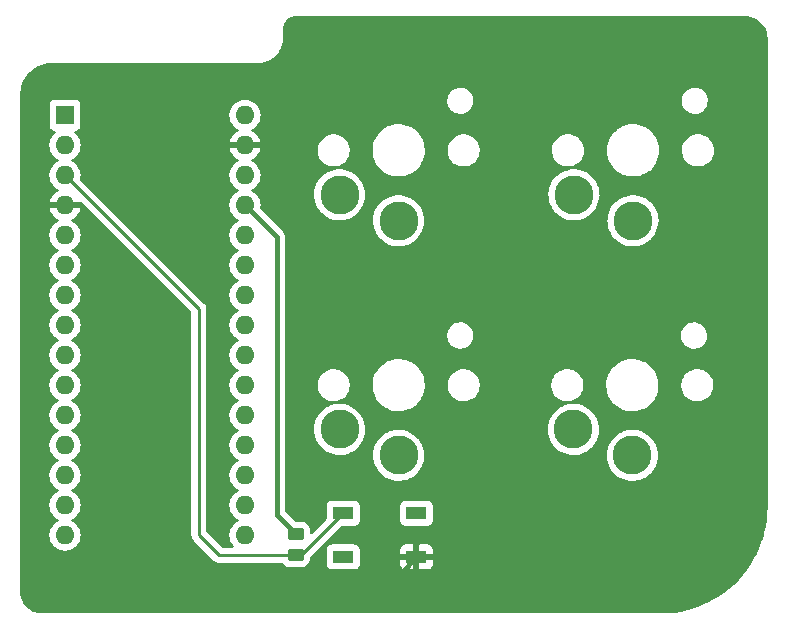
<source format=gtl>
G04 #@! TF.GenerationSoftware,KiCad,Pcbnew,(6.0.5)*
G04 #@! TF.CreationDate,2022-09-29T17:00:32+08:00*
G04 #@! TF.ProjectId,4k-keypad-arduino-nano,346b2d6b-6579-4706-9164-2d6172647569,rev?*
G04 #@! TF.SameCoordinates,Original*
G04 #@! TF.FileFunction,Copper,L1,Top*
G04 #@! TF.FilePolarity,Positive*
%FSLAX46Y46*%
G04 Gerber Fmt 4.6, Leading zero omitted, Abs format (unit mm)*
G04 Created by KiCad (PCBNEW (6.0.5)) date 2022-09-29 17:00:32*
%MOMM*%
%LPD*%
G01*
G04 APERTURE LIST*
G04 Aperture macros list*
%AMRoundRect*
0 Rectangle with rounded corners*
0 $1 Rounding radius*
0 $2 $3 $4 $5 $6 $7 $8 $9 X,Y pos of 4 corners*
0 Add a 4 corners polygon primitive as box body*
4,1,4,$2,$3,$4,$5,$6,$7,$8,$9,$2,$3,0*
0 Add four circle primitives for the rounded corners*
1,1,$1+$1,$2,$3*
1,1,$1+$1,$4,$5*
1,1,$1+$1,$6,$7*
1,1,$1+$1,$8,$9*
0 Add four rect primitives between the rounded corners*
20,1,$1+$1,$2,$3,$4,$5,0*
20,1,$1+$1,$4,$5,$6,$7,0*
20,1,$1+$1,$6,$7,$8,$9,0*
20,1,$1+$1,$8,$9,$2,$3,0*%
G04 Aperture macros list end*
G04 #@! TA.AperFunction,ComponentPad*
%ADD10R,1.600000X1.600000*%
G04 #@! TD*
G04 #@! TA.AperFunction,ComponentPad*
%ADD11O,1.600000X1.600000*%
G04 #@! TD*
G04 #@! TA.AperFunction,SMDPad,CuDef*
%ADD12R,1.800000X1.100000*%
G04 #@! TD*
G04 #@! TA.AperFunction,ComponentPad*
%ADD13C,3.300000*%
G04 #@! TD*
G04 #@! TA.AperFunction,SMDPad,CuDef*
%ADD14RoundRect,0.250000X-0.450000X0.262500X-0.450000X-0.262500X0.450000X-0.262500X0.450000X0.262500X0*%
G04 #@! TD*
G04 #@! TA.AperFunction,ViaPad*
%ADD15C,0.800000*%
G04 #@! TD*
G04 #@! TA.AperFunction,Conductor*
%ADD16C,0.381000*%
G04 #@! TD*
G04 #@! TA.AperFunction,Conductor*
%ADD17C,0.254000*%
G04 #@! TD*
G04 APERTURE END LIST*
D10*
X101133750Y-75569949D03*
D11*
X101133750Y-78109949D03*
X101133750Y-80649949D03*
X101133750Y-83189949D03*
X101133750Y-85729949D03*
X101133750Y-88269949D03*
X101133750Y-90809949D03*
X101133750Y-93349949D03*
X101133750Y-95889949D03*
X101133750Y-98429949D03*
X101133750Y-100969949D03*
X101133750Y-103509949D03*
X101133750Y-106049949D03*
X101133750Y-108589949D03*
X101133750Y-111129949D03*
X116373750Y-111129949D03*
X116373750Y-108589949D03*
X116373750Y-106049949D03*
X116373750Y-103509949D03*
X116373750Y-100969949D03*
X116373750Y-98429949D03*
X116373750Y-95889949D03*
X116373750Y-93349949D03*
X116373750Y-90809949D03*
X116373750Y-88269949D03*
X116373750Y-85729949D03*
X116373750Y-83189949D03*
X116373750Y-80649949D03*
X116373750Y-78109949D03*
X116373750Y-75569949D03*
D12*
X124693750Y-109275000D03*
X130893750Y-112975000D03*
X124693750Y-112975000D03*
X130893750Y-109275000D03*
D13*
X124381250Y-102175000D03*
X129381250Y-104375000D03*
X149168750Y-104375000D03*
X144168750Y-102175000D03*
X144225000Y-82300000D03*
X149225000Y-84500000D03*
X124381250Y-82300000D03*
X129381250Y-84500000D03*
D14*
X120650000Y-111006250D03*
X120650000Y-112831250D03*
D15*
X114300000Y-114300000D03*
D16*
X129568750Y-114300000D02*
X114300000Y-114300000D01*
X130893750Y-112975000D02*
X129568750Y-114300000D01*
D17*
X112475000Y-111125000D02*
X112475000Y-91991199D01*
X112475000Y-91991199D02*
X101133750Y-80649949D01*
X120650000Y-112831250D02*
X114181250Y-112831250D01*
X112475000Y-111125000D02*
X114181250Y-112831250D01*
D16*
X116373750Y-83189949D02*
X119062500Y-85878699D01*
X119062500Y-85878699D02*
X119062500Y-109418750D01*
X120650000Y-111006250D02*
X119062500Y-109418750D01*
D17*
X121137500Y-112831250D02*
X124693750Y-109275000D01*
G04 #@! TA.AperFunction,Conductor*
G36*
X158720018Y-67185000D02*
G01*
X158734851Y-67187310D01*
X158734855Y-67187310D01*
X158743724Y-67188691D01*
X158752626Y-67187527D01*
X158752629Y-67187527D01*
X158760012Y-67186561D01*
X158784591Y-67185767D01*
X158811442Y-67187527D01*
X158986204Y-67198982D01*
X159002543Y-67201133D01*
X159226611Y-67245701D01*
X159242529Y-67249966D01*
X159252147Y-67253231D01*
X159458862Y-67323401D01*
X159474081Y-67329705D01*
X159648555Y-67415744D01*
X159678977Y-67430746D01*
X159693250Y-67438986D01*
X159883206Y-67565909D01*
X159896281Y-67575942D01*
X160068047Y-67726573D01*
X160079702Y-67738227D01*
X160230336Y-67909988D01*
X160240369Y-67923064D01*
X160367290Y-68113009D01*
X160375530Y-68127281D01*
X160468477Y-68315750D01*
X160476576Y-68332173D01*
X160482884Y-68347400D01*
X160556324Y-68563738D01*
X160560589Y-68579657D01*
X160605161Y-68803712D01*
X160607313Y-68820053D01*
X160620047Y-69014279D01*
X160618974Y-69038405D01*
X160618941Y-69041107D01*
X160617559Y-69049985D01*
X160618724Y-69058889D01*
X160621686Y-69081541D01*
X160622750Y-69097881D01*
X160622750Y-108694383D01*
X160621250Y-108713768D01*
X160618940Y-108728601D01*
X160618940Y-108728605D01*
X160617559Y-108737474D01*
X160618723Y-108746376D01*
X160618723Y-108746378D01*
X160620581Y-108760584D01*
X160621583Y-108780879D01*
X160605082Y-109305943D01*
X160604585Y-109313843D01*
X160585012Y-109520908D01*
X160552869Y-109860948D01*
X160552025Y-109869874D01*
X160551034Y-109877718D01*
X160464076Y-110426752D01*
X160463663Y-110429361D01*
X160462179Y-110437136D01*
X160340341Y-110982204D01*
X160338373Y-110989871D01*
X160293008Y-111146020D01*
X160196150Y-111479410D01*
X160182556Y-111526200D01*
X160180114Y-111533715D01*
X159990916Y-112059235D01*
X159988014Y-112066563D01*
X159766190Y-112579168D01*
X159762834Y-112586300D01*
X159694201Y-112721000D01*
X159509267Y-113083953D01*
X159505454Y-113090889D01*
X159221143Y-113571633D01*
X159216901Y-113578316D01*
X158902976Y-114040243D01*
X158898334Y-114046634D01*
X158555999Y-114487969D01*
X158550969Y-114494048D01*
X158181610Y-114913004D01*
X158176191Y-114918774D01*
X157781274Y-115313691D01*
X157775504Y-115319110D01*
X157356548Y-115688469D01*
X157350469Y-115693499D01*
X156909134Y-116035834D01*
X156902743Y-116040476D01*
X156440816Y-116354401D01*
X156434133Y-116358643D01*
X155953389Y-116642954D01*
X155946453Y-116646767D01*
X155448800Y-116900334D01*
X155441668Y-116903690D01*
X154929063Y-117125514D01*
X154921735Y-117128416D01*
X154396215Y-117317614D01*
X154388712Y-117320052D01*
X154189839Y-117377830D01*
X153852371Y-117475873D01*
X153844704Y-117477841D01*
X153299636Y-117599679D01*
X153291869Y-117601162D01*
X152740218Y-117688534D01*
X152732383Y-117689524D01*
X152495126Y-117711951D01*
X152176343Y-117742085D01*
X152168443Y-117742582D01*
X151650950Y-117758845D01*
X151627608Y-117757407D01*
X151621400Y-117756440D01*
X151621395Y-117756440D01*
X151612526Y-117755059D01*
X151603624Y-117756223D01*
X151603622Y-117756223D01*
X151590173Y-117757982D01*
X151580964Y-117759186D01*
X151564629Y-117760250D01*
X99268120Y-117760250D01*
X99248732Y-117758749D01*
X99233912Y-117756441D01*
X99233911Y-117756441D01*
X99225037Y-117755059D01*
X99208743Y-117757189D01*
X99184171Y-117757982D01*
X99038323Y-117748420D01*
X98982559Y-117744764D01*
X98966218Y-117742612D01*
X98742170Y-117698041D01*
X98726251Y-117693776D01*
X98615277Y-117656104D01*
X98509914Y-117620336D01*
X98494696Y-117614032D01*
X98289806Y-117512987D01*
X98275534Y-117504747D01*
X98085595Y-117377830D01*
X98072519Y-117367797D01*
X97900762Y-117217166D01*
X97889108Y-117205512D01*
X97738477Y-117033747D01*
X97728450Y-117020679D01*
X97601526Y-116830721D01*
X97593299Y-116816473D01*
X97492247Y-116611555D01*
X97485947Y-116596343D01*
X97412516Y-116380019D01*
X97408250Y-116364099D01*
X97363682Y-116140038D01*
X97361531Y-116123698D01*
X97349012Y-115932693D01*
X97350175Y-115909734D01*
X97349834Y-115909703D01*
X97350270Y-115904845D01*
X97351076Y-115900052D01*
X97351229Y-115887500D01*
X97347273Y-115859876D01*
X97346000Y-115842014D01*
X97346000Y-111129949D01*
X99820252Y-111129949D01*
X99840207Y-111358036D01*
X99841631Y-111363349D01*
X99841631Y-111363351D01*
X99862170Y-111440001D01*
X99899466Y-111579192D01*
X99901789Y-111584173D01*
X99901789Y-111584174D01*
X99993901Y-111781711D01*
X99993904Y-111781716D01*
X99996227Y-111786698D01*
X99999384Y-111791206D01*
X100091846Y-111923255D01*
X100127552Y-111974249D01*
X100289450Y-112136147D01*
X100293958Y-112139304D01*
X100293961Y-112139306D01*
X100339381Y-112171109D01*
X100477001Y-112267472D01*
X100481983Y-112269795D01*
X100481988Y-112269798D01*
X100595329Y-112322649D01*
X100684507Y-112364233D01*
X100689815Y-112365655D01*
X100689817Y-112365656D01*
X100900348Y-112422068D01*
X100900350Y-112422068D01*
X100905663Y-112423492D01*
X101133750Y-112443447D01*
X101361837Y-112423492D01*
X101367150Y-112422068D01*
X101367152Y-112422068D01*
X101577683Y-112365656D01*
X101577685Y-112365655D01*
X101582993Y-112364233D01*
X101672171Y-112322649D01*
X101785512Y-112269798D01*
X101785517Y-112269795D01*
X101790499Y-112267472D01*
X101928119Y-112171109D01*
X101973539Y-112139306D01*
X101973542Y-112139304D01*
X101978050Y-112136147D01*
X102139948Y-111974249D01*
X102175655Y-111923255D01*
X102268116Y-111791206D01*
X102271273Y-111786698D01*
X102273596Y-111781716D01*
X102273599Y-111781711D01*
X102365711Y-111584174D01*
X102365711Y-111584173D01*
X102368034Y-111579192D01*
X102405331Y-111440001D01*
X102425869Y-111363351D01*
X102425869Y-111363349D01*
X102427293Y-111358036D01*
X102447248Y-111129949D01*
X102427293Y-110901862D01*
X102425869Y-110896547D01*
X102369457Y-110686016D01*
X102369456Y-110686014D01*
X102368034Y-110680706D01*
X102308561Y-110553164D01*
X102273599Y-110478187D01*
X102273596Y-110478182D01*
X102271273Y-110473200D01*
X102173454Y-110333500D01*
X102143107Y-110290160D01*
X102143105Y-110290157D01*
X102139948Y-110285649D01*
X101978050Y-110123751D01*
X101973542Y-110120594D01*
X101973539Y-110120592D01*
X101875058Y-110051635D01*
X101790499Y-109992426D01*
X101785517Y-109990103D01*
X101785512Y-109990100D01*
X101751293Y-109974144D01*
X101698008Y-109927227D01*
X101678547Y-109858950D01*
X101699089Y-109790990D01*
X101751293Y-109745754D01*
X101785512Y-109729798D01*
X101785517Y-109729795D01*
X101790499Y-109727472D01*
X101966791Y-109604031D01*
X101973539Y-109599306D01*
X101973542Y-109599304D01*
X101978050Y-109596147D01*
X102139948Y-109434249D01*
X102271273Y-109246698D01*
X102273596Y-109241716D01*
X102273599Y-109241711D01*
X102365711Y-109044174D01*
X102365711Y-109044173D01*
X102368034Y-109039192D01*
X102427293Y-108818036D01*
X102447248Y-108589949D01*
X102427293Y-108361862D01*
X102405297Y-108279771D01*
X102369457Y-108146016D01*
X102369456Y-108146014D01*
X102368034Y-108140706D01*
X102365711Y-108135724D01*
X102273599Y-107938187D01*
X102273596Y-107938182D01*
X102271273Y-107933200D01*
X102139948Y-107745649D01*
X101978050Y-107583751D01*
X101973542Y-107580594D01*
X101973539Y-107580592D01*
X101895361Y-107525851D01*
X101790499Y-107452426D01*
X101785517Y-107450103D01*
X101785512Y-107450100D01*
X101751293Y-107434144D01*
X101698008Y-107387227D01*
X101678547Y-107318950D01*
X101699089Y-107250990D01*
X101751293Y-107205754D01*
X101785512Y-107189798D01*
X101785517Y-107189795D01*
X101790499Y-107187472D01*
X101895361Y-107114047D01*
X101973539Y-107059306D01*
X101973542Y-107059304D01*
X101978050Y-107056147D01*
X102139948Y-106894249D01*
X102271273Y-106706698D01*
X102273596Y-106701716D01*
X102273599Y-106701711D01*
X102365711Y-106504174D01*
X102365711Y-106504173D01*
X102368034Y-106499192D01*
X102387770Y-106425539D01*
X102425869Y-106283351D01*
X102425869Y-106283349D01*
X102427293Y-106278036D01*
X102447248Y-106049949D01*
X102427293Y-105821862D01*
X102368034Y-105600706D01*
X102335305Y-105530517D01*
X102273599Y-105398187D01*
X102273596Y-105398182D01*
X102271273Y-105393200D01*
X102148063Y-105217238D01*
X102143107Y-105210160D01*
X102143105Y-105210157D01*
X102139948Y-105205649D01*
X101978050Y-105043751D01*
X101973542Y-105040594D01*
X101973539Y-105040592D01*
X101816681Y-104930759D01*
X101790499Y-104912426D01*
X101785517Y-104910103D01*
X101785512Y-104910100D01*
X101751293Y-104894144D01*
X101698008Y-104847227D01*
X101678547Y-104778950D01*
X101699089Y-104710990D01*
X101751293Y-104665754D01*
X101785512Y-104649798D01*
X101785517Y-104649795D01*
X101790499Y-104647472D01*
X101895361Y-104574047D01*
X101973539Y-104519306D01*
X101973542Y-104519304D01*
X101978050Y-104516147D01*
X102139948Y-104354249D01*
X102144273Y-104348073D01*
X102268116Y-104171206D01*
X102271273Y-104166698D01*
X102273596Y-104161716D01*
X102273599Y-104161711D01*
X102365711Y-103964174D01*
X102365711Y-103964173D01*
X102368034Y-103959192D01*
X102427293Y-103738036D01*
X102447248Y-103509949D01*
X102427293Y-103281862D01*
X102414712Y-103234908D01*
X102369457Y-103066016D01*
X102369456Y-103066014D01*
X102368034Y-103060706D01*
X102347765Y-103017238D01*
X102273599Y-102858187D01*
X102273596Y-102858182D01*
X102271273Y-102853200D01*
X102139948Y-102665649D01*
X101978050Y-102503751D01*
X101973542Y-102500594D01*
X101973539Y-102500592D01*
X101889685Y-102441877D01*
X101790499Y-102372426D01*
X101785517Y-102370103D01*
X101785512Y-102370100D01*
X101751293Y-102354144D01*
X101698008Y-102307227D01*
X101678547Y-102238950D01*
X101699089Y-102170990D01*
X101751293Y-102125754D01*
X101785512Y-102109798D01*
X101785517Y-102109795D01*
X101790499Y-102107472D01*
X101895361Y-102034047D01*
X101973539Y-101979306D01*
X101973542Y-101979304D01*
X101978050Y-101976147D01*
X102139948Y-101814249D01*
X102271273Y-101626698D01*
X102273596Y-101621716D01*
X102273599Y-101621711D01*
X102365711Y-101424174D01*
X102365711Y-101424173D01*
X102368034Y-101419192D01*
X102400230Y-101299038D01*
X102425869Y-101203351D01*
X102425869Y-101203349D01*
X102427293Y-101198036D01*
X102447248Y-100969949D01*
X102427293Y-100741862D01*
X102398220Y-100633361D01*
X102369457Y-100526016D01*
X102369456Y-100526014D01*
X102368034Y-100520706D01*
X102342924Y-100466857D01*
X102273599Y-100318187D01*
X102273596Y-100318182D01*
X102271273Y-100313200D01*
X102139948Y-100125649D01*
X101978050Y-99963751D01*
X101973542Y-99960594D01*
X101973539Y-99960592D01*
X101895361Y-99905851D01*
X101790499Y-99832426D01*
X101785517Y-99830103D01*
X101785512Y-99830100D01*
X101751293Y-99814144D01*
X101698008Y-99767227D01*
X101678547Y-99698950D01*
X101699089Y-99630990D01*
X101751293Y-99585754D01*
X101785512Y-99569798D01*
X101785517Y-99569795D01*
X101790499Y-99567472D01*
X101909883Y-99483878D01*
X101973539Y-99439306D01*
X101973542Y-99439304D01*
X101978050Y-99436147D01*
X102139948Y-99274249D01*
X102164054Y-99239823D01*
X102231529Y-99143458D01*
X102271273Y-99086698D01*
X102273596Y-99081716D01*
X102273599Y-99081711D01*
X102365711Y-98884174D01*
X102365711Y-98884173D01*
X102368034Y-98879192D01*
X102384755Y-98816791D01*
X102425869Y-98663351D01*
X102425869Y-98663349D01*
X102427293Y-98658036D01*
X102447248Y-98429949D01*
X102427293Y-98201862D01*
X102425869Y-98196547D01*
X102369457Y-97986016D01*
X102369456Y-97986014D01*
X102368034Y-97980706D01*
X102292527Y-97818779D01*
X102273599Y-97778187D01*
X102273596Y-97778182D01*
X102271273Y-97773200D01*
X102168372Y-97626243D01*
X102143107Y-97590160D01*
X102143105Y-97590157D01*
X102139948Y-97585649D01*
X101978050Y-97423751D01*
X101973542Y-97420594D01*
X101973539Y-97420592D01*
X101865796Y-97345150D01*
X101790499Y-97292426D01*
X101785517Y-97290103D01*
X101785512Y-97290100D01*
X101751293Y-97274144D01*
X101698008Y-97227227D01*
X101678547Y-97158950D01*
X101699089Y-97090990D01*
X101751293Y-97045754D01*
X101785512Y-97029798D01*
X101785517Y-97029795D01*
X101790499Y-97027472D01*
X101895361Y-96954047D01*
X101973539Y-96899306D01*
X101973542Y-96899304D01*
X101978050Y-96896147D01*
X102139948Y-96734249D01*
X102177386Y-96680783D01*
X102214417Y-96627897D01*
X102271273Y-96546698D01*
X102273596Y-96541716D01*
X102273599Y-96541711D01*
X102365711Y-96344174D01*
X102365711Y-96344173D01*
X102368034Y-96339192D01*
X102381121Y-96290353D01*
X102425869Y-96123351D01*
X102425869Y-96123349D01*
X102427293Y-96118036D01*
X102447248Y-95889949D01*
X102427293Y-95661862D01*
X102368034Y-95440706D01*
X102365711Y-95435724D01*
X102273599Y-95238187D01*
X102273596Y-95238182D01*
X102271273Y-95233200D01*
X102139948Y-95045649D01*
X101978050Y-94883751D01*
X101973542Y-94880594D01*
X101973539Y-94880592D01*
X101836982Y-94784974D01*
X101790499Y-94752426D01*
X101785517Y-94750103D01*
X101785512Y-94750100D01*
X101751293Y-94734144D01*
X101698008Y-94687227D01*
X101678547Y-94618950D01*
X101699089Y-94550990D01*
X101751293Y-94505754D01*
X101785512Y-94489798D01*
X101785517Y-94489795D01*
X101790499Y-94487472D01*
X101932952Y-94387725D01*
X101973539Y-94359306D01*
X101973542Y-94359304D01*
X101978050Y-94356147D01*
X102139948Y-94194249D01*
X102152306Y-94176601D01*
X102268116Y-94011206D01*
X102271273Y-94006698D01*
X102273596Y-94001716D01*
X102273599Y-94001711D01*
X102365711Y-93804174D01*
X102365711Y-93804173D01*
X102368034Y-93799192D01*
X102402675Y-93669913D01*
X102425869Y-93583351D01*
X102425869Y-93583349D01*
X102427293Y-93578036D01*
X102447248Y-93349949D01*
X102427293Y-93121862D01*
X102368034Y-92900706D01*
X102365711Y-92895724D01*
X102273599Y-92698187D01*
X102273596Y-92698182D01*
X102271273Y-92693200D01*
X102139948Y-92505649D01*
X101978050Y-92343751D01*
X101973542Y-92340594D01*
X101973539Y-92340592D01*
X101886774Y-92279839D01*
X101790499Y-92212426D01*
X101785517Y-92210103D01*
X101785512Y-92210100D01*
X101751293Y-92194144D01*
X101698008Y-92147227D01*
X101678547Y-92078950D01*
X101699089Y-92010990D01*
X101751293Y-91965754D01*
X101785512Y-91949798D01*
X101785517Y-91949795D01*
X101790499Y-91947472D01*
X101944329Y-91839759D01*
X101973539Y-91819306D01*
X101973542Y-91819304D01*
X101978050Y-91816147D01*
X102139948Y-91654249D01*
X102148590Y-91641908D01*
X102214583Y-91547659D01*
X102271273Y-91466698D01*
X102273596Y-91461716D01*
X102273599Y-91461711D01*
X102365711Y-91264174D01*
X102365711Y-91264173D01*
X102368034Y-91259192D01*
X102427293Y-91038036D01*
X102447248Y-90809949D01*
X102427293Y-90581862D01*
X102368034Y-90360706D01*
X102365711Y-90355724D01*
X102273599Y-90158187D01*
X102273596Y-90158182D01*
X102271273Y-90153200D01*
X102139948Y-89965649D01*
X101978050Y-89803751D01*
X101973542Y-89800594D01*
X101973539Y-89800592D01*
X101895361Y-89745851D01*
X101790499Y-89672426D01*
X101785517Y-89670103D01*
X101785512Y-89670100D01*
X101751293Y-89654144D01*
X101698008Y-89607227D01*
X101678547Y-89538950D01*
X101699089Y-89470990D01*
X101751293Y-89425754D01*
X101785512Y-89409798D01*
X101785517Y-89409795D01*
X101790499Y-89407472D01*
X101895361Y-89334047D01*
X101973539Y-89279306D01*
X101973542Y-89279304D01*
X101978050Y-89276147D01*
X102139948Y-89114249D01*
X102271273Y-88926698D01*
X102273596Y-88921716D01*
X102273599Y-88921711D01*
X102365711Y-88724174D01*
X102365711Y-88724173D01*
X102368034Y-88719192D01*
X102427293Y-88498036D01*
X102447248Y-88269949D01*
X102427293Y-88041862D01*
X102368034Y-87820706D01*
X102365711Y-87815724D01*
X102273599Y-87618187D01*
X102273596Y-87618182D01*
X102271273Y-87613200D01*
X102139948Y-87425649D01*
X101978050Y-87263751D01*
X101973542Y-87260594D01*
X101973539Y-87260592D01*
X101895361Y-87205851D01*
X101790499Y-87132426D01*
X101785517Y-87130103D01*
X101785512Y-87130100D01*
X101751293Y-87114144D01*
X101698008Y-87067227D01*
X101678547Y-86998950D01*
X101699089Y-86930990D01*
X101751293Y-86885754D01*
X101785512Y-86869798D01*
X101785517Y-86869795D01*
X101790499Y-86867472D01*
X101895361Y-86794047D01*
X101973539Y-86739306D01*
X101973542Y-86739304D01*
X101978050Y-86736147D01*
X102139948Y-86574249D01*
X102157699Y-86548899D01*
X102197848Y-86491560D01*
X102271273Y-86386698D01*
X102273596Y-86381716D01*
X102273599Y-86381711D01*
X102365711Y-86184174D01*
X102365711Y-86184173D01*
X102368034Y-86179192D01*
X102380859Y-86131331D01*
X102425869Y-85963351D01*
X102425869Y-85963349D01*
X102427293Y-85958036D01*
X102447248Y-85729949D01*
X102427293Y-85501862D01*
X102400171Y-85400642D01*
X102369457Y-85286016D01*
X102369456Y-85286014D01*
X102368034Y-85280706D01*
X102365711Y-85275724D01*
X102273599Y-85078187D01*
X102273596Y-85078182D01*
X102271273Y-85073200D01*
X102139948Y-84885649D01*
X101978050Y-84723751D01*
X101973542Y-84720594D01*
X101973539Y-84720592D01*
X101895361Y-84665851D01*
X101790499Y-84592426D01*
X101785517Y-84590103D01*
X101785512Y-84590100D01*
X101750701Y-84573868D01*
X101697416Y-84526951D01*
X101677955Y-84458674D01*
X101698497Y-84390714D01*
X101750701Y-84345478D01*
X101785261Y-84329363D01*
X101794757Y-84323880D01*
X101973217Y-84198921D01*
X101981625Y-84191865D01*
X102135666Y-84037824D01*
X102142722Y-84029416D01*
X102267681Y-83850956D01*
X102273164Y-83841460D01*
X102365240Y-83644002D01*
X102368986Y-83633710D01*
X102415144Y-83461446D01*
X102414808Y-83447350D01*
X102406866Y-83443949D01*
X99865783Y-83443949D01*
X99852252Y-83447922D01*
X99851023Y-83456471D01*
X99898514Y-83633710D01*
X99902260Y-83644002D01*
X99994336Y-83841460D01*
X99999819Y-83850956D01*
X100124778Y-84029416D01*
X100131834Y-84037824D01*
X100285875Y-84191865D01*
X100294283Y-84198921D01*
X100472743Y-84323880D01*
X100482239Y-84329363D01*
X100516799Y-84345478D01*
X100570084Y-84392395D01*
X100589545Y-84460672D01*
X100569003Y-84528632D01*
X100516799Y-84573868D01*
X100481988Y-84590100D01*
X100481983Y-84590103D01*
X100477001Y-84592426D01*
X100372139Y-84665851D01*
X100293961Y-84720592D01*
X100293958Y-84720594D01*
X100289450Y-84723751D01*
X100127552Y-84885649D01*
X99996227Y-85073200D01*
X99993904Y-85078182D01*
X99993901Y-85078187D01*
X99901789Y-85275724D01*
X99899466Y-85280706D01*
X99898044Y-85286014D01*
X99898043Y-85286016D01*
X99867329Y-85400642D01*
X99840207Y-85501862D01*
X99820252Y-85729949D01*
X99840207Y-85958036D01*
X99841631Y-85963349D01*
X99841631Y-85963351D01*
X99886642Y-86131331D01*
X99899466Y-86179192D01*
X99901789Y-86184173D01*
X99901789Y-86184174D01*
X99993901Y-86381711D01*
X99993904Y-86381716D01*
X99996227Y-86386698D01*
X100069652Y-86491560D01*
X100109802Y-86548899D01*
X100127552Y-86574249D01*
X100289450Y-86736147D01*
X100293958Y-86739304D01*
X100293961Y-86739306D01*
X100372139Y-86794047D01*
X100477001Y-86867472D01*
X100481983Y-86869795D01*
X100481988Y-86869798D01*
X100516207Y-86885754D01*
X100569492Y-86932671D01*
X100588953Y-87000948D01*
X100568411Y-87068908D01*
X100516207Y-87114144D01*
X100481988Y-87130100D01*
X100481983Y-87130103D01*
X100477001Y-87132426D01*
X100372139Y-87205851D01*
X100293961Y-87260592D01*
X100293958Y-87260594D01*
X100289450Y-87263751D01*
X100127552Y-87425649D01*
X99996227Y-87613200D01*
X99993904Y-87618182D01*
X99993901Y-87618187D01*
X99901789Y-87815724D01*
X99899466Y-87820706D01*
X99840207Y-88041862D01*
X99820252Y-88269949D01*
X99840207Y-88498036D01*
X99899466Y-88719192D01*
X99901789Y-88724173D01*
X99901789Y-88724174D01*
X99993901Y-88921711D01*
X99993904Y-88921716D01*
X99996227Y-88926698D01*
X100127552Y-89114249D01*
X100289450Y-89276147D01*
X100293958Y-89279304D01*
X100293961Y-89279306D01*
X100372139Y-89334047D01*
X100477001Y-89407472D01*
X100481983Y-89409795D01*
X100481988Y-89409798D01*
X100516207Y-89425754D01*
X100569492Y-89472671D01*
X100588953Y-89540948D01*
X100568411Y-89608908D01*
X100516207Y-89654144D01*
X100481988Y-89670100D01*
X100481983Y-89670103D01*
X100477001Y-89672426D01*
X100372139Y-89745851D01*
X100293961Y-89800592D01*
X100293958Y-89800594D01*
X100289450Y-89803751D01*
X100127552Y-89965649D01*
X99996227Y-90153200D01*
X99993904Y-90158182D01*
X99993901Y-90158187D01*
X99901789Y-90355724D01*
X99899466Y-90360706D01*
X99840207Y-90581862D01*
X99820252Y-90809949D01*
X99840207Y-91038036D01*
X99899466Y-91259192D01*
X99901789Y-91264173D01*
X99901789Y-91264174D01*
X99993901Y-91461711D01*
X99993904Y-91461716D01*
X99996227Y-91466698D01*
X100052917Y-91547659D01*
X100118911Y-91641908D01*
X100127552Y-91654249D01*
X100289450Y-91816147D01*
X100293958Y-91819304D01*
X100293961Y-91819306D01*
X100323171Y-91839759D01*
X100477001Y-91947472D01*
X100481983Y-91949795D01*
X100481988Y-91949798D01*
X100516207Y-91965754D01*
X100569492Y-92012671D01*
X100588953Y-92080948D01*
X100568411Y-92148908D01*
X100516207Y-92194144D01*
X100481988Y-92210100D01*
X100481983Y-92210103D01*
X100477001Y-92212426D01*
X100380726Y-92279839D01*
X100293961Y-92340592D01*
X100293958Y-92340594D01*
X100289450Y-92343751D01*
X100127552Y-92505649D01*
X99996227Y-92693200D01*
X99993904Y-92698182D01*
X99993901Y-92698187D01*
X99901789Y-92895724D01*
X99899466Y-92900706D01*
X99840207Y-93121862D01*
X99820252Y-93349949D01*
X99840207Y-93578036D01*
X99841631Y-93583349D01*
X99841631Y-93583351D01*
X99864826Y-93669913D01*
X99899466Y-93799192D01*
X99901789Y-93804173D01*
X99901789Y-93804174D01*
X99993901Y-94001711D01*
X99993904Y-94001716D01*
X99996227Y-94006698D01*
X99999384Y-94011206D01*
X100115195Y-94176601D01*
X100127552Y-94194249D01*
X100289450Y-94356147D01*
X100293958Y-94359304D01*
X100293961Y-94359306D01*
X100334548Y-94387725D01*
X100477001Y-94487472D01*
X100481983Y-94489795D01*
X100481988Y-94489798D01*
X100516207Y-94505754D01*
X100569492Y-94552671D01*
X100588953Y-94620948D01*
X100568411Y-94688908D01*
X100516207Y-94734144D01*
X100481988Y-94750100D01*
X100481983Y-94750103D01*
X100477001Y-94752426D01*
X100430518Y-94784974D01*
X100293961Y-94880592D01*
X100293958Y-94880594D01*
X100289450Y-94883751D01*
X100127552Y-95045649D01*
X99996227Y-95233200D01*
X99993904Y-95238182D01*
X99993901Y-95238187D01*
X99901789Y-95435724D01*
X99899466Y-95440706D01*
X99840207Y-95661862D01*
X99820252Y-95889949D01*
X99840207Y-96118036D01*
X99841631Y-96123349D01*
X99841631Y-96123351D01*
X99886380Y-96290353D01*
X99899466Y-96339192D01*
X99901789Y-96344173D01*
X99901789Y-96344174D01*
X99993901Y-96541711D01*
X99993904Y-96541716D01*
X99996227Y-96546698D01*
X100053083Y-96627897D01*
X100090115Y-96680783D01*
X100127552Y-96734249D01*
X100289450Y-96896147D01*
X100293958Y-96899304D01*
X100293961Y-96899306D01*
X100372139Y-96954047D01*
X100477001Y-97027472D01*
X100481983Y-97029795D01*
X100481988Y-97029798D01*
X100516207Y-97045754D01*
X100569492Y-97092671D01*
X100588953Y-97160948D01*
X100568411Y-97228908D01*
X100516207Y-97274144D01*
X100481988Y-97290100D01*
X100481983Y-97290103D01*
X100477001Y-97292426D01*
X100401704Y-97345150D01*
X100293961Y-97420592D01*
X100293958Y-97420594D01*
X100289450Y-97423751D01*
X100127552Y-97585649D01*
X100124395Y-97590157D01*
X100124393Y-97590160D01*
X100099128Y-97626243D01*
X99996227Y-97773200D01*
X99993904Y-97778182D01*
X99993901Y-97778187D01*
X99974973Y-97818779D01*
X99899466Y-97980706D01*
X99898044Y-97986014D01*
X99898043Y-97986016D01*
X99841631Y-98196547D01*
X99840207Y-98201862D01*
X99820252Y-98429949D01*
X99840207Y-98658036D01*
X99841631Y-98663349D01*
X99841631Y-98663351D01*
X99882746Y-98816791D01*
X99899466Y-98879192D01*
X99901789Y-98884173D01*
X99901789Y-98884174D01*
X99993901Y-99081711D01*
X99993904Y-99081716D01*
X99996227Y-99086698D01*
X100035971Y-99143458D01*
X100103447Y-99239823D01*
X100127552Y-99274249D01*
X100289450Y-99436147D01*
X100293958Y-99439304D01*
X100293961Y-99439306D01*
X100357617Y-99483878D01*
X100477001Y-99567472D01*
X100481983Y-99569795D01*
X100481988Y-99569798D01*
X100516207Y-99585754D01*
X100569492Y-99632671D01*
X100588953Y-99700948D01*
X100568411Y-99768908D01*
X100516207Y-99814144D01*
X100481988Y-99830100D01*
X100481983Y-99830103D01*
X100477001Y-99832426D01*
X100372139Y-99905851D01*
X100293961Y-99960592D01*
X100293958Y-99960594D01*
X100289450Y-99963751D01*
X100127552Y-100125649D01*
X99996227Y-100313200D01*
X99993904Y-100318182D01*
X99993901Y-100318187D01*
X99924576Y-100466857D01*
X99899466Y-100520706D01*
X99898044Y-100526014D01*
X99898043Y-100526016D01*
X99869280Y-100633361D01*
X99840207Y-100741862D01*
X99820252Y-100969949D01*
X99840207Y-101198036D01*
X99841631Y-101203349D01*
X99841631Y-101203351D01*
X99867271Y-101299038D01*
X99899466Y-101419192D01*
X99901789Y-101424173D01*
X99901789Y-101424174D01*
X99993901Y-101621711D01*
X99993904Y-101621716D01*
X99996227Y-101626698D01*
X100127552Y-101814249D01*
X100289450Y-101976147D01*
X100293958Y-101979304D01*
X100293961Y-101979306D01*
X100372139Y-102034047D01*
X100477001Y-102107472D01*
X100481983Y-102109795D01*
X100481988Y-102109798D01*
X100516207Y-102125754D01*
X100569492Y-102172671D01*
X100588953Y-102240948D01*
X100568411Y-102308908D01*
X100516207Y-102354144D01*
X100481988Y-102370100D01*
X100481983Y-102370103D01*
X100477001Y-102372426D01*
X100377815Y-102441877D01*
X100293961Y-102500592D01*
X100293958Y-102500594D01*
X100289450Y-102503751D01*
X100127552Y-102665649D01*
X99996227Y-102853200D01*
X99993904Y-102858182D01*
X99993901Y-102858187D01*
X99919735Y-103017238D01*
X99899466Y-103060706D01*
X99898044Y-103066014D01*
X99898043Y-103066016D01*
X99852788Y-103234908D01*
X99840207Y-103281862D01*
X99820252Y-103509949D01*
X99840207Y-103738036D01*
X99899466Y-103959192D01*
X99901789Y-103964173D01*
X99901789Y-103964174D01*
X99993901Y-104161711D01*
X99993904Y-104161716D01*
X99996227Y-104166698D01*
X99999384Y-104171206D01*
X100123228Y-104348073D01*
X100127552Y-104354249D01*
X100289450Y-104516147D01*
X100293958Y-104519304D01*
X100293961Y-104519306D01*
X100372139Y-104574047D01*
X100477001Y-104647472D01*
X100481983Y-104649795D01*
X100481988Y-104649798D01*
X100516207Y-104665754D01*
X100569492Y-104712671D01*
X100588953Y-104780948D01*
X100568411Y-104848908D01*
X100516207Y-104894144D01*
X100481988Y-104910100D01*
X100481983Y-104910103D01*
X100477001Y-104912426D01*
X100450819Y-104930759D01*
X100293961Y-105040592D01*
X100293958Y-105040594D01*
X100289450Y-105043751D01*
X100127552Y-105205649D01*
X100124395Y-105210157D01*
X100124393Y-105210160D01*
X100119437Y-105217238D01*
X99996227Y-105393200D01*
X99993904Y-105398182D01*
X99993901Y-105398187D01*
X99932195Y-105530517D01*
X99899466Y-105600706D01*
X99840207Y-105821862D01*
X99820252Y-106049949D01*
X99840207Y-106278036D01*
X99841631Y-106283349D01*
X99841631Y-106283351D01*
X99879731Y-106425539D01*
X99899466Y-106499192D01*
X99901789Y-106504173D01*
X99901789Y-106504174D01*
X99993901Y-106701711D01*
X99993904Y-106701716D01*
X99996227Y-106706698D01*
X100127552Y-106894249D01*
X100289450Y-107056147D01*
X100293958Y-107059304D01*
X100293961Y-107059306D01*
X100372139Y-107114047D01*
X100477001Y-107187472D01*
X100481983Y-107189795D01*
X100481988Y-107189798D01*
X100516207Y-107205754D01*
X100569492Y-107252671D01*
X100588953Y-107320948D01*
X100568411Y-107388908D01*
X100516207Y-107434144D01*
X100481988Y-107450100D01*
X100481983Y-107450103D01*
X100477001Y-107452426D01*
X100372139Y-107525851D01*
X100293961Y-107580592D01*
X100293958Y-107580594D01*
X100289450Y-107583751D01*
X100127552Y-107745649D01*
X99996227Y-107933200D01*
X99993904Y-107938182D01*
X99993901Y-107938187D01*
X99901789Y-108135724D01*
X99899466Y-108140706D01*
X99898044Y-108146014D01*
X99898043Y-108146016D01*
X99862203Y-108279771D01*
X99840207Y-108361862D01*
X99820252Y-108589949D01*
X99840207Y-108818036D01*
X99899466Y-109039192D01*
X99901789Y-109044173D01*
X99901789Y-109044174D01*
X99993901Y-109241711D01*
X99993904Y-109241716D01*
X99996227Y-109246698D01*
X100127552Y-109434249D01*
X100289450Y-109596147D01*
X100293958Y-109599304D01*
X100293961Y-109599306D01*
X100300709Y-109604031D01*
X100477001Y-109727472D01*
X100481983Y-109729795D01*
X100481988Y-109729798D01*
X100516207Y-109745754D01*
X100569492Y-109792671D01*
X100588953Y-109860948D01*
X100568411Y-109928908D01*
X100516207Y-109974144D01*
X100481988Y-109990100D01*
X100481983Y-109990103D01*
X100477001Y-109992426D01*
X100392442Y-110051635D01*
X100293961Y-110120592D01*
X100293958Y-110120594D01*
X100289450Y-110123751D01*
X100127552Y-110285649D01*
X100124395Y-110290157D01*
X100124393Y-110290160D01*
X100094046Y-110333500D01*
X99996227Y-110473200D01*
X99993904Y-110478182D01*
X99993901Y-110478187D01*
X99958939Y-110553164D01*
X99899466Y-110680706D01*
X99898044Y-110686014D01*
X99898043Y-110686016D01*
X99841631Y-110896547D01*
X99840207Y-110901862D01*
X99820252Y-111129949D01*
X97346000Y-111129949D01*
X97346000Y-80649949D01*
X99820252Y-80649949D01*
X99840207Y-80878036D01*
X99899466Y-81099192D01*
X99901789Y-81104173D01*
X99901789Y-81104174D01*
X99993901Y-81301711D01*
X99993904Y-81301716D01*
X99996227Y-81306698D01*
X99999384Y-81311206D01*
X100090094Y-81440753D01*
X100127552Y-81494249D01*
X100289450Y-81656147D01*
X100293958Y-81659304D01*
X100293961Y-81659306D01*
X100372139Y-81714047D01*
X100477001Y-81787472D01*
X100481983Y-81789795D01*
X100481988Y-81789798D01*
X100516799Y-81806030D01*
X100570084Y-81852947D01*
X100589545Y-81921224D01*
X100569003Y-81989184D01*
X100516799Y-82034420D01*
X100482239Y-82050535D01*
X100472743Y-82056018D01*
X100294283Y-82180977D01*
X100285875Y-82188033D01*
X100131834Y-82342074D01*
X100124778Y-82350482D01*
X99999819Y-82528942D01*
X99994336Y-82538438D01*
X99902260Y-82735896D01*
X99898514Y-82746188D01*
X99852356Y-82918452D01*
X99852692Y-82932548D01*
X99860634Y-82935949D01*
X102401717Y-82935949D01*
X102422209Y-82929932D01*
X102493206Y-82929932D01*
X102546802Y-82961733D01*
X107193760Y-87608692D01*
X111802595Y-92217527D01*
X111836621Y-92279839D01*
X111839500Y-92306622D01*
X111839500Y-111045980D01*
X111838970Y-111057214D01*
X111837292Y-111064719D01*
X111837541Y-111072638D01*
X111839438Y-111133012D01*
X111839500Y-111136969D01*
X111839500Y-111164983D01*
X111839996Y-111168908D01*
X111839996Y-111168909D01*
X111840008Y-111169004D01*
X111840941Y-111180849D01*
X111842335Y-111225205D01*
X111844547Y-111232817D01*
X111848013Y-111244748D01*
X111852023Y-111264112D01*
X111854573Y-111284299D01*
X111857489Y-111291663D01*
X111857490Y-111291668D01*
X111870907Y-111325556D01*
X111874752Y-111336785D01*
X111887131Y-111379393D01*
X111891169Y-111386220D01*
X111891170Y-111386223D01*
X111897488Y-111396906D01*
X111906188Y-111414664D01*
X111910761Y-111426215D01*
X111910765Y-111426221D01*
X111913681Y-111433588D01*
X111918339Y-111439999D01*
X111918340Y-111440001D01*
X111939764Y-111469488D01*
X111946281Y-111479410D01*
X111964826Y-111510768D01*
X111964829Y-111510772D01*
X111968866Y-111517598D01*
X111983250Y-111531982D01*
X111996091Y-111547016D01*
X112008058Y-111563487D01*
X112014166Y-111568540D01*
X112042255Y-111591777D01*
X112051035Y-111599767D01*
X113676000Y-113224733D01*
X113683576Y-113233059D01*
X113687697Y-113239553D01*
X113737515Y-113286335D01*
X113740357Y-113289090D01*
X113760156Y-113308889D01*
X113763281Y-113311313D01*
X113763290Y-113311321D01*
X113763376Y-113311387D01*
X113772401Y-113319095D01*
X113804744Y-113349467D01*
X113811688Y-113353285D01*
X113811690Y-113353286D01*
X113822579Y-113359272D01*
X113839097Y-113370123D01*
X113855183Y-113382600D01*
X113895916Y-113400226D01*
X113906564Y-113405443D01*
X113918192Y-113411835D01*
X113945447Y-113426819D01*
X113953122Y-113428790D01*
X113953128Y-113428792D01*
X113965161Y-113431881D01*
X113983863Y-113438284D01*
X114002542Y-113446367D01*
X114036378Y-113451726D01*
X114046377Y-113453310D01*
X114057990Y-113455715D01*
X114100968Y-113466750D01*
X114121315Y-113466750D01*
X114141027Y-113468301D01*
X114161129Y-113471485D01*
X114169021Y-113470739D01*
X114205306Y-113467309D01*
X114217164Y-113466750D01*
X119468604Y-113466750D01*
X119536725Y-113486752D01*
X119575747Y-113526446D01*
X119601522Y-113568098D01*
X119726697Y-113693055D01*
X119732927Y-113696895D01*
X119732928Y-113696896D01*
X119870090Y-113781444D01*
X119877262Y-113785865D01*
X119957005Y-113812314D01*
X120038611Y-113839382D01*
X120038613Y-113839382D01*
X120045139Y-113841547D01*
X120051975Y-113842247D01*
X120051978Y-113842248D01*
X120095031Y-113846659D01*
X120149600Y-113852250D01*
X121150400Y-113852250D01*
X121153646Y-113851913D01*
X121153650Y-113851913D01*
X121249308Y-113841988D01*
X121249312Y-113841987D01*
X121256166Y-113841276D01*
X121262702Y-113839095D01*
X121262704Y-113839095D01*
X121394806Y-113795022D01*
X121423946Y-113785300D01*
X121574348Y-113692228D01*
X121693235Y-113573134D01*
X123285250Y-113573134D01*
X123292005Y-113635316D01*
X123343135Y-113771705D01*
X123430489Y-113888261D01*
X123547045Y-113975615D01*
X123683434Y-114026745D01*
X123745616Y-114033500D01*
X125641884Y-114033500D01*
X125704066Y-114026745D01*
X125840455Y-113975615D01*
X125957011Y-113888261D01*
X126044365Y-113771705D01*
X126095495Y-113635316D01*
X126102250Y-113573134D01*
X126102250Y-113569669D01*
X129485751Y-113569669D01*
X129486121Y-113576490D01*
X129491645Y-113627352D01*
X129495271Y-113642604D01*
X129540426Y-113763054D01*
X129548964Y-113778649D01*
X129625465Y-113880724D01*
X129638026Y-113893285D01*
X129740101Y-113969786D01*
X129755696Y-113978324D01*
X129876144Y-114023478D01*
X129891399Y-114027105D01*
X129942264Y-114032631D01*
X129949078Y-114033000D01*
X130621635Y-114033000D01*
X130636874Y-114028525D01*
X130638079Y-114027135D01*
X130639750Y-114019452D01*
X130639750Y-114014884D01*
X131147750Y-114014884D01*
X131152225Y-114030123D01*
X131153615Y-114031328D01*
X131161298Y-114032999D01*
X131838419Y-114032999D01*
X131845240Y-114032629D01*
X131896102Y-114027105D01*
X131911354Y-114023479D01*
X132031804Y-113978324D01*
X132047399Y-113969786D01*
X132149474Y-113893285D01*
X132162035Y-113880724D01*
X132238536Y-113778649D01*
X132247074Y-113763054D01*
X132292228Y-113642606D01*
X132295855Y-113627351D01*
X132301381Y-113576486D01*
X132301750Y-113569672D01*
X132301750Y-113247115D01*
X132297275Y-113231876D01*
X132295885Y-113230671D01*
X132288202Y-113229000D01*
X131165865Y-113229000D01*
X131150626Y-113233475D01*
X131149421Y-113234865D01*
X131147750Y-113242548D01*
X131147750Y-114014884D01*
X130639750Y-114014884D01*
X130639750Y-113247115D01*
X130635275Y-113231876D01*
X130633885Y-113230671D01*
X130626202Y-113229000D01*
X129503866Y-113229000D01*
X129488627Y-113233475D01*
X129487422Y-113234865D01*
X129485751Y-113242548D01*
X129485751Y-113569669D01*
X126102250Y-113569669D01*
X126102250Y-112702885D01*
X129485750Y-112702885D01*
X129490225Y-112718124D01*
X129491615Y-112719329D01*
X129499298Y-112721000D01*
X130621635Y-112721000D01*
X130636874Y-112716525D01*
X130638079Y-112715135D01*
X130639750Y-112707452D01*
X130639750Y-112702885D01*
X131147750Y-112702885D01*
X131152225Y-112718124D01*
X131153615Y-112719329D01*
X131161298Y-112721000D01*
X132283634Y-112721000D01*
X132298873Y-112716525D01*
X132300078Y-112715135D01*
X132301749Y-112707452D01*
X132301749Y-112380331D01*
X132301379Y-112373510D01*
X132295855Y-112322648D01*
X132292229Y-112307396D01*
X132247074Y-112186946D01*
X132238536Y-112171351D01*
X132162035Y-112069276D01*
X132149474Y-112056715D01*
X132047399Y-111980214D01*
X132031804Y-111971676D01*
X131911356Y-111926522D01*
X131896101Y-111922895D01*
X131845236Y-111917369D01*
X131838422Y-111917000D01*
X131165865Y-111917000D01*
X131150626Y-111921475D01*
X131149421Y-111922865D01*
X131147750Y-111930548D01*
X131147750Y-112702885D01*
X130639750Y-112702885D01*
X130639750Y-111935116D01*
X130635275Y-111919877D01*
X130633885Y-111918672D01*
X130626202Y-111917001D01*
X129949081Y-111917001D01*
X129942260Y-111917371D01*
X129891398Y-111922895D01*
X129876146Y-111926521D01*
X129755696Y-111971676D01*
X129740101Y-111980214D01*
X129638026Y-112056715D01*
X129625465Y-112069276D01*
X129548964Y-112171351D01*
X129540426Y-112186946D01*
X129495272Y-112307394D01*
X129491645Y-112322649D01*
X129486119Y-112373514D01*
X129485750Y-112380328D01*
X129485750Y-112702885D01*
X126102250Y-112702885D01*
X126102250Y-112376866D01*
X126095495Y-112314684D01*
X126044365Y-112178295D01*
X125957011Y-112061739D01*
X125840455Y-111974385D01*
X125704066Y-111923255D01*
X125641884Y-111916500D01*
X123745616Y-111916500D01*
X123683434Y-111923255D01*
X123547045Y-111974385D01*
X123430489Y-112061739D01*
X123343135Y-112178295D01*
X123292005Y-112314684D01*
X123285250Y-112376866D01*
X123285250Y-113573134D01*
X121693235Y-113573134D01*
X121699305Y-113567053D01*
X121703146Y-113560822D01*
X121788275Y-113422718D01*
X121788276Y-113422716D01*
X121792115Y-113416488D01*
X121827804Y-113308889D01*
X121845632Y-113255139D01*
X121845632Y-113255137D01*
X121847797Y-113248611D01*
X121849206Y-113234865D01*
X121858172Y-113147348D01*
X121858500Y-113144150D01*
X121858500Y-113061172D01*
X121878502Y-112993051D01*
X121895405Y-112972077D01*
X124497078Y-110370405D01*
X124559390Y-110336379D01*
X124586173Y-110333500D01*
X125641884Y-110333500D01*
X125704066Y-110326745D01*
X125840455Y-110275615D01*
X125957011Y-110188261D01*
X126044365Y-110071705D01*
X126095495Y-109935316D01*
X126102250Y-109873134D01*
X129485250Y-109873134D01*
X129492005Y-109935316D01*
X129543135Y-110071705D01*
X129630489Y-110188261D01*
X129747045Y-110275615D01*
X129883434Y-110326745D01*
X129945616Y-110333500D01*
X131841884Y-110333500D01*
X131904066Y-110326745D01*
X132040455Y-110275615D01*
X132157011Y-110188261D01*
X132244365Y-110071705D01*
X132295495Y-109935316D01*
X132302250Y-109873134D01*
X132302250Y-108676866D01*
X132295495Y-108614684D01*
X132244365Y-108478295D01*
X132157011Y-108361739D01*
X132040455Y-108274385D01*
X131904066Y-108223255D01*
X131841884Y-108216500D01*
X129945616Y-108216500D01*
X129883434Y-108223255D01*
X129747045Y-108274385D01*
X129630489Y-108361739D01*
X129543135Y-108478295D01*
X129492005Y-108614684D01*
X129485250Y-108676866D01*
X129485250Y-109873134D01*
X126102250Y-109873134D01*
X126102250Y-108676866D01*
X126095495Y-108614684D01*
X126044365Y-108478295D01*
X125957011Y-108361739D01*
X125840455Y-108274385D01*
X125704066Y-108223255D01*
X125641884Y-108216500D01*
X123745616Y-108216500D01*
X123683434Y-108223255D01*
X123547045Y-108274385D01*
X123430489Y-108361739D01*
X123343135Y-108478295D01*
X123292005Y-108614684D01*
X123285250Y-108676866D01*
X123285250Y-109732578D01*
X123265248Y-109800699D01*
X123248345Y-109821673D01*
X122073595Y-110996422D01*
X122011283Y-111030448D01*
X121940467Y-111025383D01*
X121883632Y-110982836D01*
X121858821Y-110916316D01*
X121858500Y-110907327D01*
X121858500Y-110693350D01*
X121847526Y-110587584D01*
X121791550Y-110419804D01*
X121698478Y-110269402D01*
X121573303Y-110144445D01*
X121567072Y-110140604D01*
X121428968Y-110055475D01*
X121428966Y-110055474D01*
X121422738Y-110051635D01*
X121342995Y-110025186D01*
X121261389Y-109998118D01*
X121261387Y-109998118D01*
X121254861Y-109995953D01*
X121248025Y-109995253D01*
X121248022Y-109995252D01*
X121204969Y-109990841D01*
X121150400Y-109985250D01*
X120669725Y-109985250D01*
X120601604Y-109965248D01*
X120580630Y-109948345D01*
X119798405Y-109166120D01*
X119764379Y-109103808D01*
X119761500Y-109077025D01*
X119761500Y-104352344D01*
X127217825Y-104352344D01*
X127234766Y-104646164D01*
X127235591Y-104650371D01*
X127235592Y-104650376D01*
X127254006Y-104744233D01*
X127291427Y-104934966D01*
X127292814Y-104939016D01*
X127292815Y-104939021D01*
X127384103Y-105205649D01*
X127386759Y-105213407D01*
X127518997Y-105476334D01*
X127521423Y-105479863D01*
X127521426Y-105479869D01*
X127608125Y-105606016D01*
X127685695Y-105718881D01*
X127883768Y-105936560D01*
X127887057Y-105939310D01*
X128106259Y-106122592D01*
X128106264Y-106122596D01*
X128109551Y-106125344D01*
X128175301Y-106166589D01*
X128355226Y-106279456D01*
X128355230Y-106279458D01*
X128358866Y-106281739D01*
X128431543Y-106314554D01*
X128623187Y-106401085D01*
X128623191Y-106401087D01*
X128627099Y-106402851D01*
X128631218Y-106404071D01*
X128905174Y-106485221D01*
X128905179Y-106485222D01*
X128909287Y-106486439D01*
X128913521Y-106487087D01*
X128913526Y-106487088D01*
X129195967Y-106530307D01*
X129195969Y-106530307D01*
X129200209Y-106530956D01*
X129350022Y-106533310D01*
X129490190Y-106535512D01*
X129490196Y-106535512D01*
X129494481Y-106535579D01*
X129786658Y-106500222D01*
X130071332Y-106425539D01*
X130343238Y-106312912D01*
X130597342Y-106164425D01*
X130828944Y-105982827D01*
X130876855Y-105933387D01*
X131030773Y-105774554D01*
X131033756Y-105771476D01*
X131207991Y-105534285D01*
X131348422Y-105275642D01*
X131436047Y-105043751D01*
X131450935Y-105004351D01*
X131450936Y-105004347D01*
X131452453Y-105000333D01*
X131487519Y-104847227D01*
X131517199Y-104717637D01*
X131517200Y-104717633D01*
X131518157Y-104713453D01*
X131523787Y-104650376D01*
X131544099Y-104422776D01*
X131544099Y-104422774D01*
X131544319Y-104420310D01*
X131544794Y-104375000D01*
X131543541Y-104356624D01*
X131543249Y-104352344D01*
X147005325Y-104352344D01*
X147022266Y-104646164D01*
X147023091Y-104650371D01*
X147023092Y-104650376D01*
X147041506Y-104744233D01*
X147078927Y-104934966D01*
X147080314Y-104939016D01*
X147080315Y-104939021D01*
X147171603Y-105205649D01*
X147174259Y-105213407D01*
X147306497Y-105476334D01*
X147308923Y-105479863D01*
X147308926Y-105479869D01*
X147395625Y-105606016D01*
X147473195Y-105718881D01*
X147671268Y-105936560D01*
X147674557Y-105939310D01*
X147893759Y-106122592D01*
X147893764Y-106122596D01*
X147897051Y-106125344D01*
X147962801Y-106166589D01*
X148142726Y-106279456D01*
X148142730Y-106279458D01*
X148146366Y-106281739D01*
X148219043Y-106314554D01*
X148410687Y-106401085D01*
X148410691Y-106401087D01*
X148414599Y-106402851D01*
X148418718Y-106404071D01*
X148692674Y-106485221D01*
X148692679Y-106485222D01*
X148696787Y-106486439D01*
X148701021Y-106487087D01*
X148701026Y-106487088D01*
X148983467Y-106530307D01*
X148983469Y-106530307D01*
X148987709Y-106530956D01*
X149137522Y-106533310D01*
X149277690Y-106535512D01*
X149277696Y-106535512D01*
X149281981Y-106535579D01*
X149574158Y-106500222D01*
X149858832Y-106425539D01*
X150130738Y-106312912D01*
X150384842Y-106164425D01*
X150616444Y-105982827D01*
X150664355Y-105933387D01*
X150818273Y-105774554D01*
X150821256Y-105771476D01*
X150995491Y-105534285D01*
X151135922Y-105275642D01*
X151223547Y-105043751D01*
X151238435Y-105004351D01*
X151238436Y-105004347D01*
X151239953Y-105000333D01*
X151275019Y-104847227D01*
X151304699Y-104717637D01*
X151304700Y-104717633D01*
X151305657Y-104713453D01*
X151311287Y-104650376D01*
X151331599Y-104422776D01*
X151331599Y-104422774D01*
X151331819Y-104420310D01*
X151332294Y-104375000D01*
X151331041Y-104356624D01*
X151312569Y-104085650D01*
X151312568Y-104085644D01*
X151312277Y-104081373D01*
X151286975Y-103959192D01*
X151253464Y-103797377D01*
X151252595Y-103793180D01*
X151154353Y-103515753D01*
X151019368Y-103254226D01*
X151003339Y-103231418D01*
X150852606Y-103016948D01*
X150852605Y-103016947D01*
X150850139Y-103013438D01*
X150649798Y-102797844D01*
X150627686Y-102779745D01*
X150488287Y-102665649D01*
X150422050Y-102611435D01*
X150171111Y-102457660D01*
X150152456Y-102449471D01*
X149905552Y-102341087D01*
X149905548Y-102341086D01*
X149901624Y-102339363D01*
X149618576Y-102258735D01*
X149614334Y-102258131D01*
X149614328Y-102258130D01*
X149331455Y-102217871D01*
X149327204Y-102217266D01*
X149172056Y-102216454D01*
X149037186Y-102215747D01*
X149037180Y-102215747D01*
X149032900Y-102215725D01*
X149028656Y-102216284D01*
X149028652Y-102216284D01*
X148900091Y-102233210D01*
X148741110Y-102254140D01*
X148736970Y-102255273D01*
X148736968Y-102255273D01*
X148540912Y-102308908D01*
X148457233Y-102331800D01*
X148453283Y-102333485D01*
X148190464Y-102445586D01*
X148190457Y-102445590D01*
X148186522Y-102447268D01*
X148092146Y-102503751D01*
X147937668Y-102596204D01*
X147937664Y-102596207D01*
X147933986Y-102598408D01*
X147704299Y-102782422D01*
X147701355Y-102785524D01*
X147701351Y-102785528D01*
X147504661Y-102992796D01*
X147501711Y-102995905D01*
X147329970Y-103234908D01*
X147192254Y-103495007D01*
X147091112Y-103771390D01*
X147028416Y-104058943D01*
X147028080Y-104063213D01*
X147009387Y-104300737D01*
X147005325Y-104352344D01*
X131543249Y-104352344D01*
X131525069Y-104085650D01*
X131525068Y-104085644D01*
X131524777Y-104081373D01*
X131499475Y-103959192D01*
X131465964Y-103797377D01*
X131465095Y-103793180D01*
X131366853Y-103515753D01*
X131231868Y-103254226D01*
X131215839Y-103231418D01*
X131065106Y-103016948D01*
X131065105Y-103016947D01*
X131062639Y-103013438D01*
X130862298Y-102797844D01*
X130840186Y-102779745D01*
X130700787Y-102665649D01*
X130634550Y-102611435D01*
X130383611Y-102457660D01*
X130364956Y-102449471D01*
X130118052Y-102341087D01*
X130118048Y-102341086D01*
X130114124Y-102339363D01*
X129831076Y-102258735D01*
X129826834Y-102258131D01*
X129826828Y-102258130D01*
X129543955Y-102217871D01*
X129539704Y-102217266D01*
X129384556Y-102216454D01*
X129249686Y-102215747D01*
X129249680Y-102215747D01*
X129245400Y-102215725D01*
X129241156Y-102216284D01*
X129241152Y-102216284D01*
X129112591Y-102233210D01*
X128953610Y-102254140D01*
X128949470Y-102255273D01*
X128949468Y-102255273D01*
X128753412Y-102308908D01*
X128669733Y-102331800D01*
X128665783Y-102333485D01*
X128402964Y-102445586D01*
X128402957Y-102445590D01*
X128399022Y-102447268D01*
X128304646Y-102503751D01*
X128150168Y-102596204D01*
X128150164Y-102596207D01*
X128146486Y-102598408D01*
X127916799Y-102782422D01*
X127913855Y-102785524D01*
X127913851Y-102785528D01*
X127717161Y-102992796D01*
X127714211Y-102995905D01*
X127542470Y-103234908D01*
X127404754Y-103495007D01*
X127303612Y-103771390D01*
X127240916Y-104058943D01*
X127240580Y-104063213D01*
X127221887Y-104300737D01*
X127217825Y-104352344D01*
X119761500Y-104352344D01*
X119761500Y-102152344D01*
X122217825Y-102152344D01*
X122234766Y-102446164D01*
X122235591Y-102450371D01*
X122235592Y-102450376D01*
X122262400Y-102587014D01*
X122291427Y-102734966D01*
X122292814Y-102739016D01*
X122292815Y-102739021D01*
X122381958Y-102999385D01*
X122386759Y-103013407D01*
X122416039Y-103071624D01*
X122509793Y-103258033D01*
X122518997Y-103276334D01*
X122521423Y-103279863D01*
X122521426Y-103279869D01*
X122561200Y-103337740D01*
X122685695Y-103518881D01*
X122883768Y-103736560D01*
X122887057Y-103739310D01*
X123106259Y-103922592D01*
X123106264Y-103922596D01*
X123109551Y-103925344D01*
X123175301Y-103966589D01*
X123355226Y-104079456D01*
X123355230Y-104079458D01*
X123358866Y-104081739D01*
X123431543Y-104114554D01*
X123623187Y-104201085D01*
X123623191Y-104201087D01*
X123627099Y-104202851D01*
X123631218Y-104204071D01*
X123905174Y-104285221D01*
X123905179Y-104285222D01*
X123909287Y-104286439D01*
X123913521Y-104287087D01*
X123913526Y-104287088D01*
X124195967Y-104330307D01*
X124195969Y-104330307D01*
X124200209Y-104330956D01*
X124350022Y-104333310D01*
X124490190Y-104335512D01*
X124490196Y-104335512D01*
X124494481Y-104335579D01*
X124786658Y-104300222D01*
X125071332Y-104225539D01*
X125343238Y-104112912D01*
X125597342Y-103964425D01*
X125828944Y-103782827D01*
X125840028Y-103771390D01*
X126030773Y-103574554D01*
X126033756Y-103571476D01*
X126207991Y-103334285D01*
X126348422Y-103075642D01*
X126452453Y-102800333D01*
X126518157Y-102513453D01*
X126523137Y-102457660D01*
X126544099Y-102222776D01*
X126544099Y-102222774D01*
X126544319Y-102220310D01*
X126544794Y-102175000D01*
X126543250Y-102152344D01*
X142005325Y-102152344D01*
X142022266Y-102446164D01*
X142023091Y-102450371D01*
X142023092Y-102450376D01*
X142049900Y-102587014D01*
X142078927Y-102734966D01*
X142080314Y-102739016D01*
X142080315Y-102739021D01*
X142169458Y-102999385D01*
X142174259Y-103013407D01*
X142203539Y-103071624D01*
X142297293Y-103258033D01*
X142306497Y-103276334D01*
X142308923Y-103279863D01*
X142308926Y-103279869D01*
X142348700Y-103337740D01*
X142473195Y-103518881D01*
X142671268Y-103736560D01*
X142674557Y-103739310D01*
X142893759Y-103922592D01*
X142893764Y-103922596D01*
X142897051Y-103925344D01*
X142962801Y-103966589D01*
X143142726Y-104079456D01*
X143142730Y-104079458D01*
X143146366Y-104081739D01*
X143219043Y-104114554D01*
X143410687Y-104201085D01*
X143410691Y-104201087D01*
X143414599Y-104202851D01*
X143418718Y-104204071D01*
X143692674Y-104285221D01*
X143692679Y-104285222D01*
X143696787Y-104286439D01*
X143701021Y-104287087D01*
X143701026Y-104287088D01*
X143983467Y-104330307D01*
X143983469Y-104330307D01*
X143987709Y-104330956D01*
X144137522Y-104333310D01*
X144277690Y-104335512D01*
X144277696Y-104335512D01*
X144281981Y-104335579D01*
X144574158Y-104300222D01*
X144858832Y-104225539D01*
X145130738Y-104112912D01*
X145384842Y-103964425D01*
X145616444Y-103782827D01*
X145627528Y-103771390D01*
X145818273Y-103574554D01*
X145821256Y-103571476D01*
X145995491Y-103334285D01*
X146135922Y-103075642D01*
X146239953Y-102800333D01*
X146305657Y-102513453D01*
X146310637Y-102457660D01*
X146331599Y-102222776D01*
X146331599Y-102222774D01*
X146331819Y-102220310D01*
X146332294Y-102175000D01*
X146330750Y-102152344D01*
X146312569Y-101885650D01*
X146312568Y-101885644D01*
X146312277Y-101881373D01*
X146252595Y-101593180D01*
X146154353Y-101315753D01*
X146019368Y-101054226D01*
X146003339Y-101031418D01*
X145852606Y-100816948D01*
X145852605Y-100816947D01*
X145850139Y-100813438D01*
X145649798Y-100597844D01*
X145632198Y-100583438D01*
X145425368Y-100414151D01*
X145422050Y-100411435D01*
X145171111Y-100257660D01*
X145152456Y-100249471D01*
X144905552Y-100141087D01*
X144905548Y-100141086D01*
X144901624Y-100139363D01*
X144618576Y-100058735D01*
X144614334Y-100058131D01*
X144614328Y-100058130D01*
X144331455Y-100017871D01*
X144327204Y-100017266D01*
X144172056Y-100016454D01*
X144037186Y-100015747D01*
X144037180Y-100015747D01*
X144032900Y-100015725D01*
X144028656Y-100016284D01*
X144028652Y-100016284D01*
X143900091Y-100033210D01*
X143741110Y-100054140D01*
X143736970Y-100055273D01*
X143736968Y-100055273D01*
X143720011Y-100059912D01*
X143457233Y-100131800D01*
X143453283Y-100133485D01*
X143190464Y-100245586D01*
X143190457Y-100245590D01*
X143186522Y-100247268D01*
X143076358Y-100313200D01*
X142937668Y-100396204D01*
X142937664Y-100396207D01*
X142933986Y-100398408D01*
X142704299Y-100582422D01*
X142701355Y-100585524D01*
X142701351Y-100585528D01*
X142504661Y-100792796D01*
X142501711Y-100795905D01*
X142329970Y-101034908D01*
X142192254Y-101295007D01*
X142091112Y-101571390D01*
X142028416Y-101858943D01*
X142005325Y-102152344D01*
X126543250Y-102152344D01*
X126525069Y-101885650D01*
X126525068Y-101885644D01*
X126524777Y-101881373D01*
X126465095Y-101593180D01*
X126366853Y-101315753D01*
X126231868Y-101054226D01*
X126215839Y-101031418D01*
X126065106Y-100816948D01*
X126065105Y-100816947D01*
X126062639Y-100813438D01*
X125862298Y-100597844D01*
X125844698Y-100583438D01*
X125637868Y-100414151D01*
X125634550Y-100411435D01*
X125383611Y-100257660D01*
X125364956Y-100249471D01*
X125118052Y-100141087D01*
X125118048Y-100141086D01*
X125114124Y-100139363D01*
X124831076Y-100058735D01*
X124826834Y-100058131D01*
X124826828Y-100058130D01*
X124543955Y-100017871D01*
X124539704Y-100017266D01*
X124384556Y-100016454D01*
X124249686Y-100015747D01*
X124249680Y-100015747D01*
X124245400Y-100015725D01*
X124241156Y-100016284D01*
X124241152Y-100016284D01*
X124112591Y-100033210D01*
X123953610Y-100054140D01*
X123949470Y-100055273D01*
X123949468Y-100055273D01*
X123932511Y-100059912D01*
X123669733Y-100131800D01*
X123665783Y-100133485D01*
X123402964Y-100245586D01*
X123402957Y-100245590D01*
X123399022Y-100247268D01*
X123288858Y-100313200D01*
X123150168Y-100396204D01*
X123150164Y-100396207D01*
X123146486Y-100398408D01*
X122916799Y-100582422D01*
X122913855Y-100585524D01*
X122913851Y-100585528D01*
X122717161Y-100792796D01*
X122714211Y-100795905D01*
X122542470Y-101034908D01*
X122404754Y-101295007D01*
X122303612Y-101571390D01*
X122240916Y-101858943D01*
X122217825Y-102152344D01*
X119761500Y-102152344D01*
X119761500Y-98360774D01*
X122519352Y-98360774D01*
X122528001Y-98591158D01*
X122529096Y-98596377D01*
X122545768Y-98675835D01*
X122575343Y-98816791D01*
X122577301Y-98821750D01*
X122577302Y-98821752D01*
X122633661Y-98964460D01*
X122660026Y-99031221D01*
X122662793Y-99035780D01*
X122662794Y-99035783D01*
X122671389Y-99049947D01*
X122779627Y-99228317D01*
X122783124Y-99232347D01*
X122869688Y-99332103D01*
X122930727Y-99402445D01*
X122934858Y-99405832D01*
X123104877Y-99545240D01*
X123104883Y-99545244D01*
X123109005Y-99548624D01*
X123113641Y-99551263D01*
X123113644Y-99551265D01*
X123136570Y-99564315D01*
X123309364Y-99662675D01*
X123526075Y-99741337D01*
X123531324Y-99742286D01*
X123531327Y-99742287D01*
X123748858Y-99781623D01*
X123748865Y-99781624D01*
X123752942Y-99782361D01*
X123770664Y-99783197D01*
X123775606Y-99783430D01*
X123775613Y-99783430D01*
X123777094Y-99783500D01*
X123939140Y-99783500D01*
X124006059Y-99777822D01*
X124105659Y-99769371D01*
X124105663Y-99769370D01*
X124110970Y-99768920D01*
X124116125Y-99767582D01*
X124116131Y-99767581D01*
X124328953Y-99712343D01*
X124328957Y-99712342D01*
X124334122Y-99711001D01*
X124338988Y-99708809D01*
X124338991Y-99708808D01*
X124539452Y-99618507D01*
X124544325Y-99616312D01*
X124735569Y-99487559D01*
X124902385Y-99328424D01*
X125040004Y-99143458D01*
X125144490Y-98937949D01*
X125164384Y-98873882D01*
X125211274Y-98722871D01*
X125212857Y-98717773D01*
X125218415Y-98675835D01*
X125242448Y-98494511D01*
X125242448Y-98494506D01*
X125243148Y-98489226D01*
X125242477Y-98471355D01*
X127168292Y-98471355D01*
X127168655Y-98475503D01*
X127168655Y-98475507D01*
X127170318Y-98494511D01*
X127193863Y-98763625D01*
X127194773Y-98767697D01*
X127194774Y-98767702D01*
X127238755Y-98964460D01*
X127257863Y-99049947D01*
X127359169Y-99325288D01*
X127361116Y-99328981D01*
X127361117Y-99328983D01*
X127476921Y-99548624D01*
X127496001Y-99584813D01*
X127665955Y-99823961D01*
X127866044Y-100038531D01*
X128092754Y-100224752D01*
X128342101Y-100379354D01*
X128345918Y-100381070D01*
X128345921Y-100381071D01*
X128379594Y-100396204D01*
X128609706Y-100499620D01*
X128680437Y-100520706D01*
X128886868Y-100582247D01*
X128886876Y-100582249D01*
X128890865Y-100583438D01*
X128894981Y-100584090D01*
X128894986Y-100584091D01*
X129177172Y-100628784D01*
X129177177Y-100628784D01*
X129180640Y-100629333D01*
X129229736Y-100631563D01*
X129270982Y-100633436D01*
X129271001Y-100633436D01*
X129272401Y-100633500D01*
X129455670Y-100633500D01*
X129673992Y-100618999D01*
X129961591Y-100561009D01*
X130238994Y-100465492D01*
X130242736Y-100463618D01*
X130242741Y-100463616D01*
X130497583Y-100336000D01*
X130497585Y-100335999D01*
X130501327Y-100334125D01*
X130743982Y-100169217D01*
X130915629Y-100015747D01*
X130959578Y-99976452D01*
X130959579Y-99976451D01*
X130962695Y-99973665D01*
X131153623Y-99750905D01*
X131259269Y-99588225D01*
X131311134Y-99508360D01*
X131311137Y-99508355D01*
X131313413Y-99504850D01*
X131439257Y-99239823D01*
X131441658Y-99232347D01*
X131527666Y-98964460D01*
X131528944Y-98960480D01*
X131580899Y-98671730D01*
X131589429Y-98483895D01*
X131594019Y-98382815D01*
X131594019Y-98382810D01*
X131594208Y-98378645D01*
X131592645Y-98360774D01*
X133519352Y-98360774D01*
X133528001Y-98591158D01*
X133529096Y-98596377D01*
X133545768Y-98675835D01*
X133575343Y-98816791D01*
X133577301Y-98821750D01*
X133577302Y-98821752D01*
X133633661Y-98964460D01*
X133660026Y-99031221D01*
X133662793Y-99035780D01*
X133662794Y-99035783D01*
X133671389Y-99049947D01*
X133779627Y-99228317D01*
X133783124Y-99232347D01*
X133869688Y-99332103D01*
X133930727Y-99402445D01*
X133934858Y-99405832D01*
X134104877Y-99545240D01*
X134104883Y-99545244D01*
X134109005Y-99548624D01*
X134113641Y-99551263D01*
X134113644Y-99551265D01*
X134136570Y-99564315D01*
X134309364Y-99662675D01*
X134526075Y-99741337D01*
X134531324Y-99742286D01*
X134531327Y-99742287D01*
X134748858Y-99781623D01*
X134748865Y-99781624D01*
X134752942Y-99782361D01*
X134770664Y-99783197D01*
X134775606Y-99783430D01*
X134775613Y-99783430D01*
X134777094Y-99783500D01*
X134939140Y-99783500D01*
X135006059Y-99777822D01*
X135105659Y-99769371D01*
X135105663Y-99769370D01*
X135110970Y-99768920D01*
X135116125Y-99767582D01*
X135116131Y-99767581D01*
X135328953Y-99712343D01*
X135328957Y-99712342D01*
X135334122Y-99711001D01*
X135338988Y-99708809D01*
X135338991Y-99708808D01*
X135539452Y-99618507D01*
X135544325Y-99616312D01*
X135735569Y-99487559D01*
X135902385Y-99328424D01*
X136040004Y-99143458D01*
X136144490Y-98937949D01*
X136164384Y-98873882D01*
X136211274Y-98722871D01*
X136212857Y-98717773D01*
X136218415Y-98675835D01*
X136242448Y-98494511D01*
X136242448Y-98494506D01*
X136243148Y-98489226D01*
X136238326Y-98360774D01*
X142306852Y-98360774D01*
X142315501Y-98591158D01*
X142316596Y-98596377D01*
X142333268Y-98675835D01*
X142362843Y-98816791D01*
X142364801Y-98821750D01*
X142364802Y-98821752D01*
X142421161Y-98964460D01*
X142447526Y-99031221D01*
X142450293Y-99035780D01*
X142450294Y-99035783D01*
X142458889Y-99049947D01*
X142567127Y-99228317D01*
X142570624Y-99232347D01*
X142657188Y-99332103D01*
X142718227Y-99402445D01*
X142722358Y-99405832D01*
X142892377Y-99545240D01*
X142892383Y-99545244D01*
X142896505Y-99548624D01*
X142901141Y-99551263D01*
X142901144Y-99551265D01*
X142924070Y-99564315D01*
X143096864Y-99662675D01*
X143313575Y-99741337D01*
X143318824Y-99742286D01*
X143318827Y-99742287D01*
X143536358Y-99781623D01*
X143536365Y-99781624D01*
X143540442Y-99782361D01*
X143558164Y-99783197D01*
X143563106Y-99783430D01*
X143563113Y-99783430D01*
X143564594Y-99783500D01*
X143726640Y-99783500D01*
X143793559Y-99777822D01*
X143893159Y-99769371D01*
X143893163Y-99769370D01*
X143898470Y-99768920D01*
X143903625Y-99767582D01*
X143903631Y-99767581D01*
X144116453Y-99712343D01*
X144116457Y-99712342D01*
X144121622Y-99711001D01*
X144126488Y-99708809D01*
X144126491Y-99708808D01*
X144326952Y-99618507D01*
X144331825Y-99616312D01*
X144523069Y-99487559D01*
X144689885Y-99328424D01*
X144827504Y-99143458D01*
X144931990Y-98937949D01*
X144951884Y-98873882D01*
X144998774Y-98722871D01*
X145000357Y-98717773D01*
X145005915Y-98675835D01*
X145029948Y-98494511D01*
X145029948Y-98494506D01*
X145030648Y-98489226D01*
X145029977Y-98471355D01*
X146955792Y-98471355D01*
X146956155Y-98475503D01*
X146956155Y-98475507D01*
X146957818Y-98494511D01*
X146981363Y-98763625D01*
X146982273Y-98767697D01*
X146982274Y-98767702D01*
X147026255Y-98964460D01*
X147045363Y-99049947D01*
X147146669Y-99325288D01*
X147148616Y-99328981D01*
X147148617Y-99328983D01*
X147264421Y-99548624D01*
X147283501Y-99584813D01*
X147453455Y-99823961D01*
X147653544Y-100038531D01*
X147880254Y-100224752D01*
X148129601Y-100379354D01*
X148133418Y-100381070D01*
X148133421Y-100381071D01*
X148167094Y-100396204D01*
X148397206Y-100499620D01*
X148467937Y-100520706D01*
X148674368Y-100582247D01*
X148674376Y-100582249D01*
X148678365Y-100583438D01*
X148682481Y-100584090D01*
X148682486Y-100584091D01*
X148964672Y-100628784D01*
X148964677Y-100628784D01*
X148968140Y-100629333D01*
X149017236Y-100631563D01*
X149058482Y-100633436D01*
X149058501Y-100633436D01*
X149059901Y-100633500D01*
X149243170Y-100633500D01*
X149461492Y-100618999D01*
X149749091Y-100561009D01*
X150026494Y-100465492D01*
X150030236Y-100463618D01*
X150030241Y-100463616D01*
X150285083Y-100336000D01*
X150285085Y-100335999D01*
X150288827Y-100334125D01*
X150531482Y-100169217D01*
X150703129Y-100015747D01*
X150747078Y-99976452D01*
X150747079Y-99976451D01*
X150750195Y-99973665D01*
X150941123Y-99750905D01*
X151046769Y-99588225D01*
X151098634Y-99508360D01*
X151098637Y-99508355D01*
X151100913Y-99504850D01*
X151226757Y-99239823D01*
X151229158Y-99232347D01*
X151315166Y-98964460D01*
X151316444Y-98960480D01*
X151368399Y-98671730D01*
X151376929Y-98483895D01*
X151381519Y-98382815D01*
X151381519Y-98382810D01*
X151381708Y-98378645D01*
X151380145Y-98360774D01*
X153306852Y-98360774D01*
X153315501Y-98591158D01*
X153316596Y-98596377D01*
X153333268Y-98675835D01*
X153362843Y-98816791D01*
X153364801Y-98821750D01*
X153364802Y-98821752D01*
X153421161Y-98964460D01*
X153447526Y-99031221D01*
X153450293Y-99035780D01*
X153450294Y-99035783D01*
X153458889Y-99049947D01*
X153567127Y-99228317D01*
X153570624Y-99232347D01*
X153657188Y-99332103D01*
X153718227Y-99402445D01*
X153722358Y-99405832D01*
X153892377Y-99545240D01*
X153892383Y-99545244D01*
X153896505Y-99548624D01*
X153901141Y-99551263D01*
X153901144Y-99551265D01*
X153924070Y-99564315D01*
X154096864Y-99662675D01*
X154313575Y-99741337D01*
X154318824Y-99742286D01*
X154318827Y-99742287D01*
X154536358Y-99781623D01*
X154536365Y-99781624D01*
X154540442Y-99782361D01*
X154558164Y-99783197D01*
X154563106Y-99783430D01*
X154563113Y-99783430D01*
X154564594Y-99783500D01*
X154726640Y-99783500D01*
X154793559Y-99777822D01*
X154893159Y-99769371D01*
X154893163Y-99769370D01*
X154898470Y-99768920D01*
X154903625Y-99767582D01*
X154903631Y-99767581D01*
X155116453Y-99712343D01*
X155116457Y-99712342D01*
X155121622Y-99711001D01*
X155126488Y-99708809D01*
X155126491Y-99708808D01*
X155326952Y-99618507D01*
X155331825Y-99616312D01*
X155523069Y-99487559D01*
X155689885Y-99328424D01*
X155827504Y-99143458D01*
X155931990Y-98937949D01*
X155951884Y-98873882D01*
X155998774Y-98722871D01*
X156000357Y-98717773D01*
X156005915Y-98675835D01*
X156029948Y-98494511D01*
X156029948Y-98494506D01*
X156030648Y-98489226D01*
X156021999Y-98258842D01*
X156005094Y-98178270D01*
X155975752Y-98038428D01*
X155974657Y-98033209D01*
X155972698Y-98028248D01*
X155891935Y-97823744D01*
X155891934Y-97823742D01*
X155889974Y-97818779D01*
X155881086Y-97804131D01*
X155773140Y-97626243D01*
X155770373Y-97621683D01*
X155743019Y-97590160D01*
X155622773Y-97451588D01*
X155622771Y-97451586D01*
X155619273Y-97447555D01*
X155577720Y-97413484D01*
X155445123Y-97304760D01*
X155445117Y-97304756D01*
X155440995Y-97301376D01*
X155436359Y-97298737D01*
X155436356Y-97298735D01*
X155245279Y-97189968D01*
X155240636Y-97187325D01*
X155023925Y-97108663D01*
X155018676Y-97107714D01*
X155018673Y-97107713D01*
X154801142Y-97068377D01*
X154801135Y-97068376D01*
X154797058Y-97067639D01*
X154779336Y-97066803D01*
X154774394Y-97066570D01*
X154774387Y-97066570D01*
X154772906Y-97066500D01*
X154610860Y-97066500D01*
X154543941Y-97072178D01*
X154444341Y-97080629D01*
X154444337Y-97080630D01*
X154439030Y-97081080D01*
X154433875Y-97082418D01*
X154433869Y-97082419D01*
X154221047Y-97137657D01*
X154221043Y-97137658D01*
X154215878Y-97138999D01*
X154211012Y-97141191D01*
X154211009Y-97141192D01*
X154102730Y-97189968D01*
X154005675Y-97233688D01*
X153814431Y-97362441D01*
X153647615Y-97521576D01*
X153509996Y-97706542D01*
X153405510Y-97912051D01*
X153403928Y-97917145D01*
X153403927Y-97917148D01*
X153350088Y-98090537D01*
X153337143Y-98132227D01*
X153336442Y-98137516D01*
X153321054Y-98253623D01*
X153306852Y-98360774D01*
X151380145Y-98360774D01*
X151356501Y-98090537D01*
X151356137Y-98086375D01*
X151344253Y-98033209D01*
X151293049Y-97804131D01*
X151293047Y-97804124D01*
X151292137Y-97800053D01*
X151190831Y-97524712D01*
X151074864Y-97304760D01*
X151055952Y-97268891D01*
X151055951Y-97268890D01*
X151053999Y-97265187D01*
X150884045Y-97026039D01*
X150683956Y-96811469D01*
X150457246Y-96625248D01*
X150207899Y-96470646D01*
X150204082Y-96468930D01*
X150204079Y-96468929D01*
X150130041Y-96435655D01*
X149940294Y-96350380D01*
X149852344Y-96324161D01*
X149663132Y-96267753D01*
X149663124Y-96267751D01*
X149659135Y-96266562D01*
X149655019Y-96265910D01*
X149655014Y-96265909D01*
X149372828Y-96221216D01*
X149372823Y-96221216D01*
X149369360Y-96220667D01*
X149320264Y-96218437D01*
X149279018Y-96216564D01*
X149278999Y-96216564D01*
X149277599Y-96216500D01*
X149094330Y-96216500D01*
X148876008Y-96231001D01*
X148588409Y-96288991D01*
X148311006Y-96384508D01*
X148307264Y-96386382D01*
X148307259Y-96386384D01*
X148052417Y-96514000D01*
X148048673Y-96515875D01*
X147806018Y-96680783D01*
X147802902Y-96683569D01*
X147746220Y-96734249D01*
X147587305Y-96876335D01*
X147396377Y-97099095D01*
X147388981Y-97110484D01*
X147262817Y-97304760D01*
X147236587Y-97345150D01*
X147234793Y-97348929D01*
X147234792Y-97348930D01*
X147197414Y-97427648D01*
X147110743Y-97610177D01*
X147109464Y-97614160D01*
X147109463Y-97614163D01*
X147107049Y-97621683D01*
X147021056Y-97889520D01*
X146969101Y-98178270D01*
X146968912Y-98182442D01*
X146957424Y-98435424D01*
X146955792Y-98471355D01*
X145029977Y-98471355D01*
X145021999Y-98258842D01*
X145005094Y-98178270D01*
X144975752Y-98038428D01*
X144974657Y-98033209D01*
X144972698Y-98028248D01*
X144891935Y-97823744D01*
X144891934Y-97823742D01*
X144889974Y-97818779D01*
X144881086Y-97804131D01*
X144773140Y-97626243D01*
X144770373Y-97621683D01*
X144743019Y-97590160D01*
X144622773Y-97451588D01*
X144622771Y-97451586D01*
X144619273Y-97447555D01*
X144577720Y-97413484D01*
X144445123Y-97304760D01*
X144445117Y-97304756D01*
X144440995Y-97301376D01*
X144436359Y-97298737D01*
X144436356Y-97298735D01*
X144245279Y-97189968D01*
X144240636Y-97187325D01*
X144023925Y-97108663D01*
X144018676Y-97107714D01*
X144018673Y-97107713D01*
X143801142Y-97068377D01*
X143801135Y-97068376D01*
X143797058Y-97067639D01*
X143779336Y-97066803D01*
X143774394Y-97066570D01*
X143774387Y-97066570D01*
X143772906Y-97066500D01*
X143610860Y-97066500D01*
X143543941Y-97072178D01*
X143444341Y-97080629D01*
X143444337Y-97080630D01*
X143439030Y-97081080D01*
X143433875Y-97082418D01*
X143433869Y-97082419D01*
X143221047Y-97137657D01*
X143221043Y-97137658D01*
X143215878Y-97138999D01*
X143211012Y-97141191D01*
X143211009Y-97141192D01*
X143102730Y-97189968D01*
X143005675Y-97233688D01*
X142814431Y-97362441D01*
X142647615Y-97521576D01*
X142509996Y-97706542D01*
X142405510Y-97912051D01*
X142403928Y-97917145D01*
X142403927Y-97917148D01*
X142350088Y-98090537D01*
X142337143Y-98132227D01*
X142336442Y-98137516D01*
X142321054Y-98253623D01*
X142306852Y-98360774D01*
X136238326Y-98360774D01*
X136234499Y-98258842D01*
X136217594Y-98178270D01*
X136188252Y-98038428D01*
X136187157Y-98033209D01*
X136185198Y-98028248D01*
X136104435Y-97823744D01*
X136104434Y-97823742D01*
X136102474Y-97818779D01*
X136093586Y-97804131D01*
X135985640Y-97626243D01*
X135982873Y-97621683D01*
X135955519Y-97590160D01*
X135835273Y-97451588D01*
X135835271Y-97451586D01*
X135831773Y-97447555D01*
X135790220Y-97413484D01*
X135657623Y-97304760D01*
X135657617Y-97304756D01*
X135653495Y-97301376D01*
X135648859Y-97298737D01*
X135648856Y-97298735D01*
X135457779Y-97189968D01*
X135453136Y-97187325D01*
X135236425Y-97108663D01*
X135231176Y-97107714D01*
X135231173Y-97107713D01*
X135013642Y-97068377D01*
X135013635Y-97068376D01*
X135009558Y-97067639D01*
X134991836Y-97066803D01*
X134986894Y-97066570D01*
X134986887Y-97066570D01*
X134985406Y-97066500D01*
X134823360Y-97066500D01*
X134756441Y-97072178D01*
X134656841Y-97080629D01*
X134656837Y-97080630D01*
X134651530Y-97081080D01*
X134646375Y-97082418D01*
X134646369Y-97082419D01*
X134433547Y-97137657D01*
X134433543Y-97137658D01*
X134428378Y-97138999D01*
X134423512Y-97141191D01*
X134423509Y-97141192D01*
X134315230Y-97189968D01*
X134218175Y-97233688D01*
X134026931Y-97362441D01*
X133860115Y-97521576D01*
X133722496Y-97706542D01*
X133618010Y-97912051D01*
X133616428Y-97917145D01*
X133616427Y-97917148D01*
X133562588Y-98090537D01*
X133549643Y-98132227D01*
X133548942Y-98137516D01*
X133533554Y-98253623D01*
X133519352Y-98360774D01*
X131592645Y-98360774D01*
X131569001Y-98090537D01*
X131568637Y-98086375D01*
X131556753Y-98033209D01*
X131505549Y-97804131D01*
X131505547Y-97804124D01*
X131504637Y-97800053D01*
X131403331Y-97524712D01*
X131287364Y-97304760D01*
X131268452Y-97268891D01*
X131268451Y-97268890D01*
X131266499Y-97265187D01*
X131096545Y-97026039D01*
X130896456Y-96811469D01*
X130669746Y-96625248D01*
X130420399Y-96470646D01*
X130416582Y-96468930D01*
X130416579Y-96468929D01*
X130342541Y-96435655D01*
X130152794Y-96350380D01*
X130064844Y-96324161D01*
X129875632Y-96267753D01*
X129875624Y-96267751D01*
X129871635Y-96266562D01*
X129867519Y-96265910D01*
X129867514Y-96265909D01*
X129585328Y-96221216D01*
X129585323Y-96221216D01*
X129581860Y-96220667D01*
X129532764Y-96218437D01*
X129491518Y-96216564D01*
X129491499Y-96216564D01*
X129490099Y-96216500D01*
X129306830Y-96216500D01*
X129088508Y-96231001D01*
X128800909Y-96288991D01*
X128523506Y-96384508D01*
X128519764Y-96386382D01*
X128519759Y-96386384D01*
X128264917Y-96514000D01*
X128261173Y-96515875D01*
X128018518Y-96680783D01*
X128015402Y-96683569D01*
X127958720Y-96734249D01*
X127799805Y-96876335D01*
X127608877Y-97099095D01*
X127601481Y-97110484D01*
X127475317Y-97304760D01*
X127449087Y-97345150D01*
X127447293Y-97348929D01*
X127447292Y-97348930D01*
X127409914Y-97427648D01*
X127323243Y-97610177D01*
X127321964Y-97614160D01*
X127321963Y-97614163D01*
X127319549Y-97621683D01*
X127233556Y-97889520D01*
X127181601Y-98178270D01*
X127181412Y-98182442D01*
X127169924Y-98435424D01*
X127168292Y-98471355D01*
X125242477Y-98471355D01*
X125234499Y-98258842D01*
X125217594Y-98178270D01*
X125188252Y-98038428D01*
X125187157Y-98033209D01*
X125185198Y-98028248D01*
X125104435Y-97823744D01*
X125104434Y-97823742D01*
X125102474Y-97818779D01*
X125093586Y-97804131D01*
X124985640Y-97626243D01*
X124982873Y-97621683D01*
X124955519Y-97590160D01*
X124835273Y-97451588D01*
X124835271Y-97451586D01*
X124831773Y-97447555D01*
X124790220Y-97413484D01*
X124657623Y-97304760D01*
X124657617Y-97304756D01*
X124653495Y-97301376D01*
X124648859Y-97298737D01*
X124648856Y-97298735D01*
X124457779Y-97189968D01*
X124453136Y-97187325D01*
X124236425Y-97108663D01*
X124231176Y-97107714D01*
X124231173Y-97107713D01*
X124013642Y-97068377D01*
X124013635Y-97068376D01*
X124009558Y-97067639D01*
X123991836Y-97066803D01*
X123986894Y-97066570D01*
X123986887Y-97066570D01*
X123985406Y-97066500D01*
X123823360Y-97066500D01*
X123756441Y-97072178D01*
X123656841Y-97080629D01*
X123656837Y-97080630D01*
X123651530Y-97081080D01*
X123646375Y-97082418D01*
X123646369Y-97082419D01*
X123433547Y-97137657D01*
X123433543Y-97137658D01*
X123428378Y-97138999D01*
X123423512Y-97141191D01*
X123423509Y-97141192D01*
X123315230Y-97189968D01*
X123218175Y-97233688D01*
X123026931Y-97362441D01*
X122860115Y-97521576D01*
X122722496Y-97706542D01*
X122618010Y-97912051D01*
X122616428Y-97917145D01*
X122616427Y-97917148D01*
X122562588Y-98090537D01*
X122549643Y-98132227D01*
X122548942Y-98137516D01*
X122533554Y-98253623D01*
X122519352Y-98360774D01*
X119761500Y-98360774D01*
X119761500Y-94170604D01*
X133489037Y-94170604D01*
X133498817Y-94381899D01*
X133500221Y-94387724D01*
X133500221Y-94387725D01*
X133524821Y-94489798D01*
X133548375Y-94587534D01*
X133550857Y-94592992D01*
X133550858Y-94592996D01*
X133593703Y-94687227D01*
X133635924Y-94780087D01*
X133758304Y-94952611D01*
X133911100Y-95098881D01*
X134088798Y-95213620D01*
X134148896Y-95237840D01*
X134279418Y-95290442D01*
X134279421Y-95290443D01*
X134284987Y-95292686D01*
X134492587Y-95333228D01*
X134498149Y-95333500D01*
X134654096Y-95333500D01*
X134811816Y-95318452D01*
X135014784Y-95258908D01*
X135020112Y-95256164D01*
X135197499Y-95164804D01*
X135197502Y-95164802D01*
X135202830Y-95162058D01*
X135369170Y-95031396D01*
X135373102Y-95026865D01*
X135373105Y-95026862D01*
X135503871Y-94876167D01*
X135507802Y-94871637D01*
X135510802Y-94866451D01*
X135510805Y-94866447D01*
X135610717Y-94693742D01*
X135613723Y-94688546D01*
X135683111Y-94488729D01*
X135713463Y-94279396D01*
X135708427Y-94170604D01*
X153276537Y-94170604D01*
X153286317Y-94381899D01*
X153287721Y-94387724D01*
X153287721Y-94387725D01*
X153312321Y-94489798D01*
X153335875Y-94587534D01*
X153338357Y-94592992D01*
X153338358Y-94592996D01*
X153381203Y-94687227D01*
X153423424Y-94780087D01*
X153545804Y-94952611D01*
X153698600Y-95098881D01*
X153876298Y-95213620D01*
X153936396Y-95237840D01*
X154066918Y-95290442D01*
X154066921Y-95290443D01*
X154072487Y-95292686D01*
X154280087Y-95333228D01*
X154285649Y-95333500D01*
X154441596Y-95333500D01*
X154599316Y-95318452D01*
X154802284Y-95258908D01*
X154807612Y-95256164D01*
X154984999Y-95164804D01*
X154985002Y-95164802D01*
X154990330Y-95162058D01*
X155156670Y-95031396D01*
X155160602Y-95026865D01*
X155160605Y-95026862D01*
X155291371Y-94876167D01*
X155295302Y-94871637D01*
X155298302Y-94866451D01*
X155298305Y-94866447D01*
X155398217Y-94693742D01*
X155401223Y-94688546D01*
X155470611Y-94488729D01*
X155500963Y-94279396D01*
X155491183Y-94068101D01*
X155441625Y-93862466D01*
X155398275Y-93767122D01*
X155356556Y-93675368D01*
X155354076Y-93669913D01*
X155231696Y-93497389D01*
X155078900Y-93351119D01*
X154901202Y-93236380D01*
X154841104Y-93212160D01*
X154710582Y-93159558D01*
X154710579Y-93159557D01*
X154705013Y-93157314D01*
X154497413Y-93116772D01*
X154491851Y-93116500D01*
X154335904Y-93116500D01*
X154178184Y-93131548D01*
X153975216Y-93191092D01*
X153969889Y-93193836D01*
X153969888Y-93193836D01*
X153792501Y-93285196D01*
X153792498Y-93285198D01*
X153787170Y-93287942D01*
X153620830Y-93418604D01*
X153616898Y-93423135D01*
X153616895Y-93423138D01*
X153548224Y-93502275D01*
X153482198Y-93578363D01*
X153479198Y-93583549D01*
X153479195Y-93583553D01*
X153432062Y-93665026D01*
X153376277Y-93761454D01*
X153306889Y-93961271D01*
X153276537Y-94170604D01*
X135708427Y-94170604D01*
X135703683Y-94068101D01*
X135654125Y-93862466D01*
X135610775Y-93767122D01*
X135569056Y-93675368D01*
X135566576Y-93669913D01*
X135444196Y-93497389D01*
X135291400Y-93351119D01*
X135113702Y-93236380D01*
X135053604Y-93212160D01*
X134923082Y-93159558D01*
X134923079Y-93159557D01*
X134917513Y-93157314D01*
X134709913Y-93116772D01*
X134704351Y-93116500D01*
X134548404Y-93116500D01*
X134390684Y-93131548D01*
X134187716Y-93191092D01*
X134182389Y-93193836D01*
X134182388Y-93193836D01*
X134005001Y-93285196D01*
X134004998Y-93285198D01*
X133999670Y-93287942D01*
X133833330Y-93418604D01*
X133829398Y-93423135D01*
X133829395Y-93423138D01*
X133760724Y-93502275D01*
X133694698Y-93578363D01*
X133691698Y-93583549D01*
X133691695Y-93583553D01*
X133644562Y-93665026D01*
X133588777Y-93761454D01*
X133519389Y-93961271D01*
X133489037Y-94170604D01*
X119761500Y-94170604D01*
X119761500Y-85907299D01*
X119761792Y-85898728D01*
X119765153Y-85849424D01*
X119765670Y-85841848D01*
X119754834Y-85779764D01*
X119753878Y-85773285D01*
X119746309Y-85710739D01*
X119743625Y-85703637D01*
X119742770Y-85700155D01*
X119738930Y-85686120D01*
X119737889Y-85682672D01*
X119736582Y-85675182D01*
X119711263Y-85617504D01*
X119708770Y-85611396D01*
X119689192Y-85559585D01*
X119689192Y-85559584D01*
X119686506Y-85552477D01*
X119682200Y-85546211D01*
X119680550Y-85543056D01*
X119673431Y-85530264D01*
X119671631Y-85527220D01*
X119668578Y-85520266D01*
X119630240Y-85470303D01*
X119626362Y-85464966D01*
X119594981Y-85419306D01*
X119594979Y-85419304D01*
X119590679Y-85413047D01*
X119544811Y-85372180D01*
X119539536Y-85367200D01*
X118649680Y-84477344D01*
X127217825Y-84477344D01*
X127234766Y-84771164D01*
X127235591Y-84775371D01*
X127235592Y-84775376D01*
X127256463Y-84881752D01*
X127291427Y-85059966D01*
X127292814Y-85064016D01*
X127292815Y-85064021D01*
X127367003Y-85280706D01*
X127386759Y-85338407D01*
X127424299Y-85413047D01*
X127498000Y-85559585D01*
X127518997Y-85601334D01*
X127521423Y-85604863D01*
X127521426Y-85604869D01*
X127635400Y-85770701D01*
X127685695Y-85843881D01*
X127883768Y-86061560D01*
X127887057Y-86064310D01*
X128106259Y-86247592D01*
X128106264Y-86247596D01*
X128109551Y-86250344D01*
X128175301Y-86291589D01*
X128355226Y-86404456D01*
X128355230Y-86404458D01*
X128358866Y-86406739D01*
X128431543Y-86439554D01*
X128623187Y-86526085D01*
X128623191Y-86526087D01*
X128627099Y-86527851D01*
X128631218Y-86529071D01*
X128905174Y-86610221D01*
X128905179Y-86610222D01*
X128909287Y-86611439D01*
X128913521Y-86612087D01*
X128913526Y-86612088D01*
X129195967Y-86655307D01*
X129195969Y-86655307D01*
X129200209Y-86655956D01*
X129350022Y-86658310D01*
X129490190Y-86660512D01*
X129490196Y-86660512D01*
X129494481Y-86660579D01*
X129786658Y-86625222D01*
X130071332Y-86550539D01*
X130343238Y-86437912D01*
X130597342Y-86289425D01*
X130828944Y-86107827D01*
X130876855Y-86058387D01*
X131030773Y-85899554D01*
X131033756Y-85896476D01*
X131207991Y-85659285D01*
X131232320Y-85614477D01*
X131346372Y-85404418D01*
X131346373Y-85404416D01*
X131348422Y-85400642D01*
X131452453Y-85125333D01*
X131518157Y-84838453D01*
X131523787Y-84775376D01*
X131544099Y-84547776D01*
X131544099Y-84547774D01*
X131544319Y-84545310D01*
X131544512Y-84526951D01*
X131544768Y-84502484D01*
X131544768Y-84502483D01*
X131544794Y-84500000D01*
X131544625Y-84497519D01*
X131543250Y-84477344D01*
X147061575Y-84477344D01*
X147078516Y-84771164D01*
X147079341Y-84775371D01*
X147079342Y-84775376D01*
X147100213Y-84881752D01*
X147135177Y-85059966D01*
X147136564Y-85064016D01*
X147136565Y-85064021D01*
X147210753Y-85280706D01*
X147230509Y-85338407D01*
X147268049Y-85413047D01*
X147341750Y-85559585D01*
X147362747Y-85601334D01*
X147365173Y-85604863D01*
X147365176Y-85604869D01*
X147479150Y-85770701D01*
X147529445Y-85843881D01*
X147727518Y-86061560D01*
X147730807Y-86064310D01*
X147950009Y-86247592D01*
X147950014Y-86247596D01*
X147953301Y-86250344D01*
X148019051Y-86291589D01*
X148198976Y-86404456D01*
X148198980Y-86404458D01*
X148202616Y-86406739D01*
X148275293Y-86439554D01*
X148466937Y-86526085D01*
X148466941Y-86526087D01*
X148470849Y-86527851D01*
X148474968Y-86529071D01*
X148748924Y-86610221D01*
X148748929Y-86610222D01*
X148753037Y-86611439D01*
X148757271Y-86612087D01*
X148757276Y-86612088D01*
X149039717Y-86655307D01*
X149039719Y-86655307D01*
X149043959Y-86655956D01*
X149193772Y-86658310D01*
X149333940Y-86660512D01*
X149333946Y-86660512D01*
X149338231Y-86660579D01*
X149630408Y-86625222D01*
X149915082Y-86550539D01*
X150186988Y-86437912D01*
X150441092Y-86289425D01*
X150672694Y-86107827D01*
X150720605Y-86058387D01*
X150874523Y-85899554D01*
X150877506Y-85896476D01*
X151051741Y-85659285D01*
X151076070Y-85614477D01*
X151190122Y-85404418D01*
X151190123Y-85404416D01*
X151192172Y-85400642D01*
X151296203Y-85125333D01*
X151361907Y-84838453D01*
X151367537Y-84775376D01*
X151387849Y-84547776D01*
X151387849Y-84547774D01*
X151388069Y-84545310D01*
X151388262Y-84526951D01*
X151388518Y-84502484D01*
X151388518Y-84502483D01*
X151388544Y-84500000D01*
X151388375Y-84497519D01*
X151368819Y-84210650D01*
X151368818Y-84210644D01*
X151368527Y-84206373D01*
X151367064Y-84199306D01*
X151309714Y-83922377D01*
X151308845Y-83918180D01*
X151210603Y-83640753D01*
X151095848Y-83418421D01*
X151077583Y-83383033D01*
X151077583Y-83383032D01*
X151075618Y-83379226D01*
X151059589Y-83356418D01*
X150908856Y-83141948D01*
X150908855Y-83141947D01*
X150906389Y-83138438D01*
X150718226Y-82935949D01*
X150708965Y-82925983D01*
X150708964Y-82925982D01*
X150706048Y-82922844D01*
X150683936Y-82904745D01*
X150490216Y-82746188D01*
X150478300Y-82736435D01*
X150227361Y-82582660D01*
X150208706Y-82574471D01*
X149961802Y-82466087D01*
X149961798Y-82466086D01*
X149957874Y-82464363D01*
X149674826Y-82383735D01*
X149670584Y-82383131D01*
X149670578Y-82383130D01*
X149387705Y-82342871D01*
X149383454Y-82342266D01*
X149228306Y-82341454D01*
X149093436Y-82340747D01*
X149093430Y-82340747D01*
X149089150Y-82340725D01*
X149084906Y-82341284D01*
X149084902Y-82341284D01*
X149015038Y-82350482D01*
X148797360Y-82379140D01*
X148793220Y-82380273D01*
X148793218Y-82380273D01*
X148776261Y-82384912D01*
X148513483Y-82456800D01*
X148509533Y-82458485D01*
X148246714Y-82570586D01*
X148246707Y-82570590D01*
X148242772Y-82572268D01*
X148139330Y-82634177D01*
X147993918Y-82721204D01*
X147993914Y-82721207D01*
X147990236Y-82723408D01*
X147760549Y-82907422D01*
X147757605Y-82910524D01*
X147757601Y-82910528D01*
X147708887Y-82961862D01*
X147557961Y-83120905D01*
X147386220Y-83359908D01*
X147248504Y-83620007D01*
X147242306Y-83636944D01*
X147163989Y-83850956D01*
X147147362Y-83896390D01*
X147084666Y-84183943D01*
X147084330Y-84188213D01*
X147065637Y-84425737D01*
X147061575Y-84477344D01*
X131543250Y-84477344D01*
X131525069Y-84210650D01*
X131525068Y-84210644D01*
X131524777Y-84206373D01*
X131523314Y-84199306D01*
X131465964Y-83922377D01*
X131465095Y-83918180D01*
X131366853Y-83640753D01*
X131252098Y-83418421D01*
X131233833Y-83383033D01*
X131233833Y-83383032D01*
X131231868Y-83379226D01*
X131215839Y-83356418D01*
X131065106Y-83141948D01*
X131065105Y-83141947D01*
X131062639Y-83138438D01*
X130874476Y-82935949D01*
X130865215Y-82925983D01*
X130865214Y-82925982D01*
X130862298Y-82922844D01*
X130840186Y-82904745D01*
X130646466Y-82746188D01*
X130634550Y-82736435D01*
X130383611Y-82582660D01*
X130364956Y-82574471D01*
X130118052Y-82466087D01*
X130118048Y-82466086D01*
X130114124Y-82464363D01*
X129831076Y-82383735D01*
X129826834Y-82383131D01*
X129826828Y-82383130D01*
X129543955Y-82342871D01*
X129539704Y-82342266D01*
X129384556Y-82341454D01*
X129249686Y-82340747D01*
X129249680Y-82340747D01*
X129245400Y-82340725D01*
X129241156Y-82341284D01*
X129241152Y-82341284D01*
X129171288Y-82350482D01*
X128953610Y-82379140D01*
X128949470Y-82380273D01*
X128949468Y-82380273D01*
X128932511Y-82384912D01*
X128669733Y-82456800D01*
X128665783Y-82458485D01*
X128402964Y-82570586D01*
X128402957Y-82570590D01*
X128399022Y-82572268D01*
X128295580Y-82634177D01*
X128150168Y-82721204D01*
X128150164Y-82721207D01*
X128146486Y-82723408D01*
X127916799Y-82907422D01*
X127913855Y-82910524D01*
X127913851Y-82910528D01*
X127865137Y-82961862D01*
X127714211Y-83120905D01*
X127542470Y-83359908D01*
X127404754Y-83620007D01*
X127398556Y-83636944D01*
X127320239Y-83850956D01*
X127303612Y-83896390D01*
X127240916Y-84183943D01*
X127240580Y-84188213D01*
X127221887Y-84425737D01*
X127217825Y-84477344D01*
X118649680Y-84477344D01*
X117701730Y-83529394D01*
X117667704Y-83467082D01*
X117666770Y-83419988D01*
X117667293Y-83418036D01*
X117667773Y-83412556D01*
X117686769Y-83195424D01*
X117687248Y-83189949D01*
X117667293Y-82961862D01*
X117652706Y-82907422D01*
X117609457Y-82746016D01*
X117609456Y-82746014D01*
X117608034Y-82740706D01*
X117604998Y-82734196D01*
X117513599Y-82538187D01*
X117513596Y-82538182D01*
X117511273Y-82533200D01*
X117437848Y-82428338D01*
X117383107Y-82350160D01*
X117383105Y-82350157D01*
X117379948Y-82345649D01*
X117311643Y-82277344D01*
X122217825Y-82277344D01*
X122234766Y-82571164D01*
X122235591Y-82575371D01*
X122235592Y-82575376D01*
X122262400Y-82712014D01*
X122291427Y-82859966D01*
X122292814Y-82864016D01*
X122292815Y-82864021D01*
X122381958Y-83124385D01*
X122386759Y-83138407D01*
X122416039Y-83196624D01*
X122509793Y-83383033D01*
X122518997Y-83401334D01*
X122521423Y-83404863D01*
X122521426Y-83404869D01*
X122607010Y-83529394D01*
X122685695Y-83643881D01*
X122883768Y-83861560D01*
X122887057Y-83864310D01*
X123106259Y-84047592D01*
X123106264Y-84047596D01*
X123109551Y-84050344D01*
X123175301Y-84091589D01*
X123355226Y-84204456D01*
X123355230Y-84204458D01*
X123358866Y-84206739D01*
X123431543Y-84239554D01*
X123623187Y-84326085D01*
X123623191Y-84326087D01*
X123627099Y-84327851D01*
X123633672Y-84329798D01*
X123905174Y-84410221D01*
X123905179Y-84410222D01*
X123909287Y-84411439D01*
X123913521Y-84412087D01*
X123913526Y-84412088D01*
X124195967Y-84455307D01*
X124195969Y-84455307D01*
X124200209Y-84455956D01*
X124350022Y-84458310D01*
X124490190Y-84460512D01*
X124490196Y-84460512D01*
X124494481Y-84460579D01*
X124786658Y-84425222D01*
X125071332Y-84350539D01*
X125343238Y-84237912D01*
X125597342Y-84089425D01*
X125828944Y-83907827D01*
X125840028Y-83896390D01*
X126030773Y-83699554D01*
X126033756Y-83696476D01*
X126207991Y-83459285D01*
X126216318Y-83443949D01*
X126346372Y-83204418D01*
X126346373Y-83204416D01*
X126348422Y-83200642D01*
X126452453Y-82925333D01*
X126518157Y-82638453D01*
X126523137Y-82582660D01*
X126544099Y-82347776D01*
X126544099Y-82347774D01*
X126544319Y-82345310D01*
X126544794Y-82300000D01*
X126543250Y-82277344D01*
X142061575Y-82277344D01*
X142078516Y-82571164D01*
X142079341Y-82575371D01*
X142079342Y-82575376D01*
X142106150Y-82712014D01*
X142135177Y-82859966D01*
X142136564Y-82864016D01*
X142136565Y-82864021D01*
X142225708Y-83124385D01*
X142230509Y-83138407D01*
X142259789Y-83196624D01*
X142353543Y-83383033D01*
X142362747Y-83401334D01*
X142365173Y-83404863D01*
X142365176Y-83404869D01*
X142450760Y-83529394D01*
X142529445Y-83643881D01*
X142727518Y-83861560D01*
X142730807Y-83864310D01*
X142950009Y-84047592D01*
X142950014Y-84047596D01*
X142953301Y-84050344D01*
X143019051Y-84091589D01*
X143198976Y-84204456D01*
X143198980Y-84204458D01*
X143202616Y-84206739D01*
X143275293Y-84239554D01*
X143466937Y-84326085D01*
X143466941Y-84326087D01*
X143470849Y-84327851D01*
X143477422Y-84329798D01*
X143748924Y-84410221D01*
X143748929Y-84410222D01*
X143753037Y-84411439D01*
X143757271Y-84412087D01*
X143757276Y-84412088D01*
X144039717Y-84455307D01*
X144039719Y-84455307D01*
X144043959Y-84455956D01*
X144193772Y-84458310D01*
X144333940Y-84460512D01*
X144333946Y-84460512D01*
X144338231Y-84460579D01*
X144630408Y-84425222D01*
X144915082Y-84350539D01*
X145186988Y-84237912D01*
X145441092Y-84089425D01*
X145672694Y-83907827D01*
X145683778Y-83896390D01*
X145874523Y-83699554D01*
X145877506Y-83696476D01*
X146051741Y-83459285D01*
X146060068Y-83443949D01*
X146190122Y-83204418D01*
X146190123Y-83204416D01*
X146192172Y-83200642D01*
X146296203Y-82925333D01*
X146361907Y-82638453D01*
X146366887Y-82582660D01*
X146387849Y-82347776D01*
X146387849Y-82347774D01*
X146388069Y-82345310D01*
X146388544Y-82300000D01*
X146387000Y-82277344D01*
X146368819Y-82010650D01*
X146368818Y-82010644D01*
X146368527Y-82006373D01*
X146359638Y-81963447D01*
X146309714Y-81722377D01*
X146308845Y-81718180D01*
X146210603Y-81440753D01*
X146075618Y-81179226D01*
X146059589Y-81156418D01*
X145908856Y-80941948D01*
X145908855Y-80941947D01*
X145906389Y-80938438D01*
X145706048Y-80722844D01*
X145688448Y-80708438D01*
X145481618Y-80539151D01*
X145478300Y-80536435D01*
X145227361Y-80382660D01*
X145208706Y-80374471D01*
X144961802Y-80266087D01*
X144961798Y-80266086D01*
X144957874Y-80264363D01*
X144674826Y-80183735D01*
X144670584Y-80183131D01*
X144670578Y-80183130D01*
X144387705Y-80142871D01*
X144383454Y-80142266D01*
X144228306Y-80141454D01*
X144093436Y-80140747D01*
X144093430Y-80140747D01*
X144089150Y-80140725D01*
X144084906Y-80141284D01*
X144084902Y-80141284D01*
X143956341Y-80158210D01*
X143797360Y-80179140D01*
X143793220Y-80180273D01*
X143793218Y-80180273D01*
X143776261Y-80184912D01*
X143513483Y-80256800D01*
X143509533Y-80258485D01*
X143246714Y-80370586D01*
X143246707Y-80370590D01*
X143242772Y-80372268D01*
X143101580Y-80456770D01*
X142993918Y-80521204D01*
X142993914Y-80521207D01*
X142990236Y-80523408D01*
X142760549Y-80707422D01*
X142757605Y-80710524D01*
X142757601Y-80710528D01*
X142560911Y-80917796D01*
X142557961Y-80920905D01*
X142386220Y-81159908D01*
X142248504Y-81420007D01*
X142147362Y-81696390D01*
X142084666Y-81983943D01*
X142061575Y-82277344D01*
X126543250Y-82277344D01*
X126525069Y-82010650D01*
X126525068Y-82010644D01*
X126524777Y-82006373D01*
X126515888Y-81963447D01*
X126465964Y-81722377D01*
X126465095Y-81718180D01*
X126366853Y-81440753D01*
X126231868Y-81179226D01*
X126215839Y-81156418D01*
X126065106Y-80941948D01*
X126065105Y-80941947D01*
X126062639Y-80938438D01*
X125862298Y-80722844D01*
X125844698Y-80708438D01*
X125637868Y-80539151D01*
X125634550Y-80536435D01*
X125383611Y-80382660D01*
X125364956Y-80374471D01*
X125118052Y-80266087D01*
X125118048Y-80266086D01*
X125114124Y-80264363D01*
X124831076Y-80183735D01*
X124826834Y-80183131D01*
X124826828Y-80183130D01*
X124543955Y-80142871D01*
X124539704Y-80142266D01*
X124384556Y-80141454D01*
X124249686Y-80140747D01*
X124249680Y-80140747D01*
X124245400Y-80140725D01*
X124241156Y-80141284D01*
X124241152Y-80141284D01*
X124112591Y-80158210D01*
X123953610Y-80179140D01*
X123949470Y-80180273D01*
X123949468Y-80180273D01*
X123932511Y-80184912D01*
X123669733Y-80256800D01*
X123665783Y-80258485D01*
X123402964Y-80370586D01*
X123402957Y-80370590D01*
X123399022Y-80372268D01*
X123257830Y-80456770D01*
X123150168Y-80521204D01*
X123150164Y-80521207D01*
X123146486Y-80523408D01*
X122916799Y-80707422D01*
X122913855Y-80710524D01*
X122913851Y-80710528D01*
X122717161Y-80917796D01*
X122714211Y-80920905D01*
X122542470Y-81159908D01*
X122404754Y-81420007D01*
X122303612Y-81696390D01*
X122240916Y-81983943D01*
X122217825Y-82277344D01*
X117311643Y-82277344D01*
X117218050Y-82183751D01*
X117213542Y-82180594D01*
X117213539Y-82180592D01*
X117135361Y-82125851D01*
X117030499Y-82052426D01*
X117025517Y-82050103D01*
X117025512Y-82050100D01*
X116991293Y-82034144D01*
X116938008Y-81987227D01*
X116918547Y-81918950D01*
X116939089Y-81850990D01*
X116991293Y-81805754D01*
X117025512Y-81789798D01*
X117025517Y-81789795D01*
X117030499Y-81787472D01*
X117135361Y-81714047D01*
X117213539Y-81659306D01*
X117213542Y-81659304D01*
X117218050Y-81656147D01*
X117379948Y-81494249D01*
X117417407Y-81440753D01*
X117508116Y-81311206D01*
X117511273Y-81306698D01*
X117513596Y-81301716D01*
X117513599Y-81301711D01*
X117605711Y-81104174D01*
X117605711Y-81104173D01*
X117608034Y-81099192D01*
X117667293Y-80878036D01*
X117687248Y-80649949D01*
X117667293Y-80421862D01*
X117647261Y-80347103D01*
X117609457Y-80206016D01*
X117609456Y-80206014D01*
X117608034Y-80200706D01*
X117597717Y-80178580D01*
X117513599Y-79998187D01*
X117513596Y-79998182D01*
X117511273Y-79993200D01*
X117421167Y-79864516D01*
X117383107Y-79810160D01*
X117383105Y-79810157D01*
X117379948Y-79805649D01*
X117218050Y-79643751D01*
X117213542Y-79640594D01*
X117213539Y-79640592D01*
X117051948Y-79527445D01*
X117030499Y-79512426D01*
X117025517Y-79510103D01*
X117025512Y-79510100D01*
X116990701Y-79493868D01*
X116937416Y-79446951D01*
X116917955Y-79378674D01*
X116938497Y-79310714D01*
X116990701Y-79265478D01*
X117025261Y-79249363D01*
X117034757Y-79243880D01*
X117213217Y-79118921D01*
X117221625Y-79111865D01*
X117375666Y-78957824D01*
X117382722Y-78949416D01*
X117507681Y-78770956D01*
X117513164Y-78761460D01*
X117605240Y-78564002D01*
X117608986Y-78553710D01*
X117627189Y-78485774D01*
X122519352Y-78485774D01*
X122528001Y-78716158D01*
X122529096Y-78721377D01*
X122545768Y-78800835D01*
X122575343Y-78941791D01*
X122577301Y-78946750D01*
X122577302Y-78946752D01*
X122633661Y-79089460D01*
X122660026Y-79156221D01*
X122662793Y-79160780D01*
X122662794Y-79160783D01*
X122716546Y-79249363D01*
X122779627Y-79353317D01*
X122783124Y-79357347D01*
X122920434Y-79515583D01*
X122930727Y-79527445D01*
X122934858Y-79530832D01*
X123104877Y-79670240D01*
X123104883Y-79670244D01*
X123109005Y-79673624D01*
X123113641Y-79676263D01*
X123113644Y-79676265D01*
X123166073Y-79706109D01*
X123309364Y-79787675D01*
X123526075Y-79866337D01*
X123531324Y-79867286D01*
X123531327Y-79867287D01*
X123748858Y-79906623D01*
X123748865Y-79906624D01*
X123752942Y-79907361D01*
X123770664Y-79908197D01*
X123775606Y-79908430D01*
X123775613Y-79908430D01*
X123777094Y-79908500D01*
X123939140Y-79908500D01*
X124006059Y-79902822D01*
X124105659Y-79894371D01*
X124105663Y-79894370D01*
X124110970Y-79893920D01*
X124116125Y-79892582D01*
X124116131Y-79892581D01*
X124328953Y-79837343D01*
X124328957Y-79837342D01*
X124334122Y-79836001D01*
X124338988Y-79833809D01*
X124338991Y-79833808D01*
X124539452Y-79743507D01*
X124544325Y-79741312D01*
X124735569Y-79612559D01*
X124902385Y-79453424D01*
X125040004Y-79268458D01*
X125049492Y-79249798D01*
X125099592Y-79151256D01*
X125144490Y-79062949D01*
X125177033Y-78958146D01*
X125211274Y-78847871D01*
X125212857Y-78842773D01*
X125218415Y-78800835D01*
X125242448Y-78619511D01*
X125242448Y-78619506D01*
X125243148Y-78614226D01*
X125242477Y-78596355D01*
X127168292Y-78596355D01*
X127168655Y-78600503D01*
X127168655Y-78600507D01*
X127170318Y-78619511D01*
X127193863Y-78888625D01*
X127194773Y-78892697D01*
X127194774Y-78892702D01*
X127245426Y-79119306D01*
X127257863Y-79174947D01*
X127259307Y-79178870D01*
X127259307Y-79178872D01*
X127284547Y-79247472D01*
X127359169Y-79450288D01*
X127361116Y-79453981D01*
X127361117Y-79453983D01*
X127476921Y-79673624D01*
X127496001Y-79709813D01*
X127665955Y-79948961D01*
X127866044Y-80163531D01*
X128092754Y-80349752D01*
X128342101Y-80504354D01*
X128345918Y-80506070D01*
X128345921Y-80506071D01*
X128379594Y-80521204D01*
X128609706Y-80624620D01*
X128676304Y-80644474D01*
X128886868Y-80707247D01*
X128886876Y-80707249D01*
X128890865Y-80708438D01*
X128894981Y-80709090D01*
X128894986Y-80709091D01*
X129177172Y-80753784D01*
X129177177Y-80753784D01*
X129180640Y-80754333D01*
X129229736Y-80756563D01*
X129270982Y-80758436D01*
X129271001Y-80758436D01*
X129272401Y-80758500D01*
X129455670Y-80758500D01*
X129673992Y-80743999D01*
X129961591Y-80686009D01*
X130238994Y-80590492D01*
X130242736Y-80588618D01*
X130242741Y-80588616D01*
X130497583Y-80461000D01*
X130497585Y-80460999D01*
X130501327Y-80459125D01*
X130743982Y-80294217D01*
X130787099Y-80255666D01*
X130959578Y-80101452D01*
X130959579Y-80101451D01*
X130962695Y-80098665D01*
X131153623Y-79875905D01*
X131259269Y-79713225D01*
X131311134Y-79633360D01*
X131311137Y-79633355D01*
X131313413Y-79629850D01*
X131439257Y-79364823D01*
X131441658Y-79357347D01*
X131527666Y-79089460D01*
X131528944Y-79085480D01*
X131580899Y-78796730D01*
X131589429Y-78608895D01*
X131594019Y-78507815D01*
X131594019Y-78507810D01*
X131594208Y-78503645D01*
X131592645Y-78485774D01*
X133519352Y-78485774D01*
X133528001Y-78716158D01*
X133529096Y-78721377D01*
X133545768Y-78800835D01*
X133575343Y-78941791D01*
X133577301Y-78946750D01*
X133577302Y-78946752D01*
X133633661Y-79089460D01*
X133660026Y-79156221D01*
X133662793Y-79160780D01*
X133662794Y-79160783D01*
X133716546Y-79249363D01*
X133779627Y-79353317D01*
X133783124Y-79357347D01*
X133920434Y-79515583D01*
X133930727Y-79527445D01*
X133934858Y-79530832D01*
X134104877Y-79670240D01*
X134104883Y-79670244D01*
X134109005Y-79673624D01*
X134113641Y-79676263D01*
X134113644Y-79676265D01*
X134166073Y-79706109D01*
X134309364Y-79787675D01*
X134526075Y-79866337D01*
X134531324Y-79867286D01*
X134531327Y-79867287D01*
X134748858Y-79906623D01*
X134748865Y-79906624D01*
X134752942Y-79907361D01*
X134770664Y-79908197D01*
X134775606Y-79908430D01*
X134775613Y-79908430D01*
X134777094Y-79908500D01*
X134939140Y-79908500D01*
X135006059Y-79902822D01*
X135105659Y-79894371D01*
X135105663Y-79894370D01*
X135110970Y-79893920D01*
X135116125Y-79892582D01*
X135116131Y-79892581D01*
X135328953Y-79837343D01*
X135328957Y-79837342D01*
X135334122Y-79836001D01*
X135338988Y-79833809D01*
X135338991Y-79833808D01*
X135539452Y-79743507D01*
X135544325Y-79741312D01*
X135735569Y-79612559D01*
X135902385Y-79453424D01*
X136040004Y-79268458D01*
X136049492Y-79249798D01*
X136099592Y-79151256D01*
X136144490Y-79062949D01*
X136177033Y-78958146D01*
X136211274Y-78847871D01*
X136212857Y-78842773D01*
X136218415Y-78800835D01*
X136242448Y-78619511D01*
X136242448Y-78619506D01*
X136243148Y-78614226D01*
X136238326Y-78485774D01*
X142363102Y-78485774D01*
X142371751Y-78716158D01*
X142372846Y-78721377D01*
X142389518Y-78800835D01*
X142419093Y-78941791D01*
X142421051Y-78946750D01*
X142421052Y-78946752D01*
X142477411Y-79089460D01*
X142503776Y-79156221D01*
X142506543Y-79160780D01*
X142506544Y-79160783D01*
X142560296Y-79249363D01*
X142623377Y-79353317D01*
X142626874Y-79357347D01*
X142764184Y-79515583D01*
X142774477Y-79527445D01*
X142778608Y-79530832D01*
X142948627Y-79670240D01*
X142948633Y-79670244D01*
X142952755Y-79673624D01*
X142957391Y-79676263D01*
X142957394Y-79676265D01*
X143009823Y-79706109D01*
X143153114Y-79787675D01*
X143369825Y-79866337D01*
X143375074Y-79867286D01*
X143375077Y-79867287D01*
X143592608Y-79906623D01*
X143592615Y-79906624D01*
X143596692Y-79907361D01*
X143614414Y-79908197D01*
X143619356Y-79908430D01*
X143619363Y-79908430D01*
X143620844Y-79908500D01*
X143782890Y-79908500D01*
X143849809Y-79902822D01*
X143949409Y-79894371D01*
X143949413Y-79894370D01*
X143954720Y-79893920D01*
X143959875Y-79892582D01*
X143959881Y-79892581D01*
X144172703Y-79837343D01*
X144172707Y-79837342D01*
X144177872Y-79836001D01*
X144182738Y-79833809D01*
X144182741Y-79833808D01*
X144383202Y-79743507D01*
X144388075Y-79741312D01*
X144579319Y-79612559D01*
X144746135Y-79453424D01*
X144883754Y-79268458D01*
X144893242Y-79249798D01*
X144943342Y-79151256D01*
X144988240Y-79062949D01*
X145020783Y-78958146D01*
X145055024Y-78847871D01*
X145056607Y-78842773D01*
X145062165Y-78800835D01*
X145086198Y-78619511D01*
X145086198Y-78619506D01*
X145086898Y-78614226D01*
X145086227Y-78596355D01*
X147012042Y-78596355D01*
X147012405Y-78600503D01*
X147012405Y-78600507D01*
X147014068Y-78619511D01*
X147037613Y-78888625D01*
X147038523Y-78892697D01*
X147038524Y-78892702D01*
X147089176Y-79119306D01*
X147101613Y-79174947D01*
X147103057Y-79178870D01*
X147103057Y-79178872D01*
X147128297Y-79247472D01*
X147202919Y-79450288D01*
X147204866Y-79453981D01*
X147204867Y-79453983D01*
X147320671Y-79673624D01*
X147339751Y-79709813D01*
X147509705Y-79948961D01*
X147709794Y-80163531D01*
X147936504Y-80349752D01*
X148185851Y-80504354D01*
X148189668Y-80506070D01*
X148189671Y-80506071D01*
X148223344Y-80521204D01*
X148453456Y-80624620D01*
X148520054Y-80644474D01*
X148730618Y-80707247D01*
X148730626Y-80707249D01*
X148734615Y-80708438D01*
X148738731Y-80709090D01*
X148738736Y-80709091D01*
X149020922Y-80753784D01*
X149020927Y-80753784D01*
X149024390Y-80754333D01*
X149073486Y-80756563D01*
X149114732Y-80758436D01*
X149114751Y-80758436D01*
X149116151Y-80758500D01*
X149299420Y-80758500D01*
X149517742Y-80743999D01*
X149805341Y-80686009D01*
X150082744Y-80590492D01*
X150086486Y-80588618D01*
X150086491Y-80588616D01*
X150341333Y-80461000D01*
X150341335Y-80460999D01*
X150345077Y-80459125D01*
X150587732Y-80294217D01*
X150630849Y-80255666D01*
X150803328Y-80101452D01*
X150803329Y-80101451D01*
X150806445Y-80098665D01*
X150997373Y-79875905D01*
X151103019Y-79713225D01*
X151154884Y-79633360D01*
X151154887Y-79633355D01*
X151157163Y-79629850D01*
X151283007Y-79364823D01*
X151285408Y-79357347D01*
X151371416Y-79089460D01*
X151372694Y-79085480D01*
X151424649Y-78796730D01*
X151433179Y-78608895D01*
X151437769Y-78507815D01*
X151437769Y-78507810D01*
X151437958Y-78503645D01*
X151436395Y-78485774D01*
X153363102Y-78485774D01*
X153371751Y-78716158D01*
X153372846Y-78721377D01*
X153389518Y-78800835D01*
X153419093Y-78941791D01*
X153421051Y-78946750D01*
X153421052Y-78946752D01*
X153477411Y-79089460D01*
X153503776Y-79156221D01*
X153506543Y-79160780D01*
X153506544Y-79160783D01*
X153560296Y-79249363D01*
X153623377Y-79353317D01*
X153626874Y-79357347D01*
X153764184Y-79515583D01*
X153774477Y-79527445D01*
X153778608Y-79530832D01*
X153948627Y-79670240D01*
X153948633Y-79670244D01*
X153952755Y-79673624D01*
X153957391Y-79676263D01*
X153957394Y-79676265D01*
X154009823Y-79706109D01*
X154153114Y-79787675D01*
X154369825Y-79866337D01*
X154375074Y-79867286D01*
X154375077Y-79867287D01*
X154592608Y-79906623D01*
X154592615Y-79906624D01*
X154596692Y-79907361D01*
X154614414Y-79908197D01*
X154619356Y-79908430D01*
X154619363Y-79908430D01*
X154620844Y-79908500D01*
X154782890Y-79908500D01*
X154849809Y-79902822D01*
X154949409Y-79894371D01*
X154949413Y-79894370D01*
X154954720Y-79893920D01*
X154959875Y-79892582D01*
X154959881Y-79892581D01*
X155172703Y-79837343D01*
X155172707Y-79837342D01*
X155177872Y-79836001D01*
X155182738Y-79833809D01*
X155182741Y-79833808D01*
X155383202Y-79743507D01*
X155388075Y-79741312D01*
X155579319Y-79612559D01*
X155746135Y-79453424D01*
X155883754Y-79268458D01*
X155893242Y-79249798D01*
X155943342Y-79151256D01*
X155988240Y-79062949D01*
X156020783Y-78958146D01*
X156055024Y-78847871D01*
X156056607Y-78842773D01*
X156062165Y-78800835D01*
X156086198Y-78619511D01*
X156086198Y-78619506D01*
X156086898Y-78614226D01*
X156078249Y-78383842D01*
X156061344Y-78303270D01*
X156032002Y-78163428D01*
X156030907Y-78158209D01*
X155974161Y-78014520D01*
X155948185Y-77948744D01*
X155948184Y-77948742D01*
X155946224Y-77943779D01*
X155937336Y-77929131D01*
X155829390Y-77751243D01*
X155826623Y-77746683D01*
X155752016Y-77660706D01*
X155679023Y-77576588D01*
X155679021Y-77576586D01*
X155675523Y-77572555D01*
X155633970Y-77538484D01*
X155501373Y-77429760D01*
X155501367Y-77429756D01*
X155497245Y-77426376D01*
X155492609Y-77423737D01*
X155492606Y-77423735D01*
X155301529Y-77314968D01*
X155296886Y-77312325D01*
X155080175Y-77233663D01*
X155074926Y-77232714D01*
X155074923Y-77232713D01*
X154857392Y-77193377D01*
X154857385Y-77193376D01*
X154853308Y-77192639D01*
X154835586Y-77191803D01*
X154830644Y-77191570D01*
X154830637Y-77191570D01*
X154829156Y-77191500D01*
X154667110Y-77191500D01*
X154600191Y-77197178D01*
X154500591Y-77205629D01*
X154500587Y-77205630D01*
X154495280Y-77206080D01*
X154490125Y-77207418D01*
X154490119Y-77207419D01*
X154277297Y-77262657D01*
X154277293Y-77262658D01*
X154272128Y-77263999D01*
X154267262Y-77266191D01*
X154267259Y-77266192D01*
X154158980Y-77314968D01*
X154061925Y-77358688D01*
X153870681Y-77487441D01*
X153703865Y-77646576D01*
X153566246Y-77831542D01*
X153563830Y-77836293D01*
X153563828Y-77836297D01*
X153555566Y-77852548D01*
X153461760Y-78037051D01*
X153460178Y-78042145D01*
X153460177Y-78042148D01*
X153406338Y-78215537D01*
X153393393Y-78257227D01*
X153392692Y-78262516D01*
X153377304Y-78378623D01*
X153363102Y-78485774D01*
X151436395Y-78485774D01*
X151412751Y-78215537D01*
X151412387Y-78211375D01*
X151400503Y-78158209D01*
X151349299Y-77929131D01*
X151349297Y-77929124D01*
X151348387Y-77925053D01*
X151247081Y-77649712D01*
X151131114Y-77429760D01*
X151112202Y-77393891D01*
X151112201Y-77393890D01*
X151110249Y-77390187D01*
X150940295Y-77151039D01*
X150740206Y-76936469D01*
X150513496Y-76750248D01*
X150264149Y-76595646D01*
X150260332Y-76593930D01*
X150260329Y-76593929D01*
X150186291Y-76560655D01*
X149996544Y-76475380D01*
X149908594Y-76449161D01*
X149719382Y-76392753D01*
X149719374Y-76392751D01*
X149715385Y-76391562D01*
X149711269Y-76390910D01*
X149711264Y-76390909D01*
X149429078Y-76346216D01*
X149429073Y-76346216D01*
X149425610Y-76345667D01*
X149376514Y-76343437D01*
X149335268Y-76341564D01*
X149335249Y-76341564D01*
X149333849Y-76341500D01*
X149150580Y-76341500D01*
X148932258Y-76356001D01*
X148644659Y-76413991D01*
X148367256Y-76509508D01*
X148363514Y-76511382D01*
X148363509Y-76511384D01*
X148170081Y-76608246D01*
X148104923Y-76640875D01*
X148101458Y-76643230D01*
X147910585Y-76772947D01*
X147862268Y-76805783D01*
X147859152Y-76808569D01*
X147671871Y-76976018D01*
X147643555Y-77001335D01*
X147452627Y-77224095D01*
X147445231Y-77235484D01*
X147300443Y-77458438D01*
X147292837Y-77470150D01*
X147166993Y-77735177D01*
X147165714Y-77739160D01*
X147165713Y-77739163D01*
X147163299Y-77746683D01*
X147077306Y-78014520D01*
X147025351Y-78303270D01*
X147023531Y-78343351D01*
X147013730Y-78559192D01*
X147012042Y-78596355D01*
X145086227Y-78596355D01*
X145078249Y-78383842D01*
X145061344Y-78303270D01*
X145032002Y-78163428D01*
X145030907Y-78158209D01*
X144974161Y-78014520D01*
X144948185Y-77948744D01*
X144948184Y-77948742D01*
X144946224Y-77943779D01*
X144937336Y-77929131D01*
X144829390Y-77751243D01*
X144826623Y-77746683D01*
X144752016Y-77660706D01*
X144679023Y-77576588D01*
X144679021Y-77576586D01*
X144675523Y-77572555D01*
X144633970Y-77538484D01*
X144501373Y-77429760D01*
X144501367Y-77429756D01*
X144497245Y-77426376D01*
X144492609Y-77423737D01*
X144492606Y-77423735D01*
X144301529Y-77314968D01*
X144296886Y-77312325D01*
X144080175Y-77233663D01*
X144074926Y-77232714D01*
X144074923Y-77232713D01*
X143857392Y-77193377D01*
X143857385Y-77193376D01*
X143853308Y-77192639D01*
X143835586Y-77191803D01*
X143830644Y-77191570D01*
X143830637Y-77191570D01*
X143829156Y-77191500D01*
X143667110Y-77191500D01*
X143600191Y-77197178D01*
X143500591Y-77205629D01*
X143500587Y-77205630D01*
X143495280Y-77206080D01*
X143490125Y-77207418D01*
X143490119Y-77207419D01*
X143277297Y-77262657D01*
X143277293Y-77262658D01*
X143272128Y-77263999D01*
X143267262Y-77266191D01*
X143267259Y-77266192D01*
X143158980Y-77314968D01*
X143061925Y-77358688D01*
X142870681Y-77487441D01*
X142703865Y-77646576D01*
X142566246Y-77831542D01*
X142563830Y-77836293D01*
X142563828Y-77836297D01*
X142555566Y-77852548D01*
X142461760Y-78037051D01*
X142460178Y-78042145D01*
X142460177Y-78042148D01*
X142406338Y-78215537D01*
X142393393Y-78257227D01*
X142392692Y-78262516D01*
X142377304Y-78378623D01*
X142363102Y-78485774D01*
X136238326Y-78485774D01*
X136234499Y-78383842D01*
X136217594Y-78303270D01*
X136188252Y-78163428D01*
X136187157Y-78158209D01*
X136130411Y-78014520D01*
X136104435Y-77948744D01*
X136104434Y-77948742D01*
X136102474Y-77943779D01*
X136093586Y-77929131D01*
X135985640Y-77751243D01*
X135982873Y-77746683D01*
X135908266Y-77660706D01*
X135835273Y-77576588D01*
X135835271Y-77576586D01*
X135831773Y-77572555D01*
X135790220Y-77538484D01*
X135657623Y-77429760D01*
X135657617Y-77429756D01*
X135653495Y-77426376D01*
X135648859Y-77423737D01*
X135648856Y-77423735D01*
X135457779Y-77314968D01*
X135453136Y-77312325D01*
X135236425Y-77233663D01*
X135231176Y-77232714D01*
X135231173Y-77232713D01*
X135013642Y-77193377D01*
X135013635Y-77193376D01*
X135009558Y-77192639D01*
X134991836Y-77191803D01*
X134986894Y-77191570D01*
X134986887Y-77191570D01*
X134985406Y-77191500D01*
X134823360Y-77191500D01*
X134756441Y-77197178D01*
X134656841Y-77205629D01*
X134656837Y-77205630D01*
X134651530Y-77206080D01*
X134646375Y-77207418D01*
X134646369Y-77207419D01*
X134433547Y-77262657D01*
X134433543Y-77262658D01*
X134428378Y-77263999D01*
X134423512Y-77266191D01*
X134423509Y-77266192D01*
X134315230Y-77314968D01*
X134218175Y-77358688D01*
X134026931Y-77487441D01*
X133860115Y-77646576D01*
X133722496Y-77831542D01*
X133720080Y-77836293D01*
X133720078Y-77836297D01*
X133711816Y-77852548D01*
X133618010Y-78037051D01*
X133616428Y-78042145D01*
X133616427Y-78042148D01*
X133562588Y-78215537D01*
X133549643Y-78257227D01*
X133548942Y-78262516D01*
X133533554Y-78378623D01*
X133519352Y-78485774D01*
X131592645Y-78485774D01*
X131569001Y-78215537D01*
X131568637Y-78211375D01*
X131556753Y-78158209D01*
X131505549Y-77929131D01*
X131505547Y-77929124D01*
X131504637Y-77925053D01*
X131403331Y-77649712D01*
X131287364Y-77429760D01*
X131268452Y-77393891D01*
X131268451Y-77393890D01*
X131266499Y-77390187D01*
X131096545Y-77151039D01*
X130896456Y-76936469D01*
X130669746Y-76750248D01*
X130420399Y-76595646D01*
X130416582Y-76593930D01*
X130416579Y-76593929D01*
X130342541Y-76560655D01*
X130152794Y-76475380D01*
X130064844Y-76449161D01*
X129875632Y-76392753D01*
X129875624Y-76392751D01*
X129871635Y-76391562D01*
X129867519Y-76390910D01*
X129867514Y-76390909D01*
X129585328Y-76346216D01*
X129585323Y-76346216D01*
X129581860Y-76345667D01*
X129532764Y-76343437D01*
X129491518Y-76341564D01*
X129491499Y-76341564D01*
X129490099Y-76341500D01*
X129306830Y-76341500D01*
X129088508Y-76356001D01*
X128800909Y-76413991D01*
X128523506Y-76509508D01*
X128519764Y-76511382D01*
X128519759Y-76511384D01*
X128326331Y-76608246D01*
X128261173Y-76640875D01*
X128257708Y-76643230D01*
X128066835Y-76772947D01*
X128018518Y-76805783D01*
X128015402Y-76808569D01*
X127828121Y-76976018D01*
X127799805Y-77001335D01*
X127608877Y-77224095D01*
X127601481Y-77235484D01*
X127456693Y-77458438D01*
X127449087Y-77470150D01*
X127323243Y-77735177D01*
X127321964Y-77739160D01*
X127321963Y-77739163D01*
X127319549Y-77746683D01*
X127233556Y-78014520D01*
X127181601Y-78303270D01*
X127179781Y-78343351D01*
X127169980Y-78559192D01*
X127168292Y-78596355D01*
X125242477Y-78596355D01*
X125234499Y-78383842D01*
X125217594Y-78303270D01*
X125188252Y-78163428D01*
X125187157Y-78158209D01*
X125130411Y-78014520D01*
X125104435Y-77948744D01*
X125104434Y-77948742D01*
X125102474Y-77943779D01*
X125093586Y-77929131D01*
X124985640Y-77751243D01*
X124982873Y-77746683D01*
X124908266Y-77660706D01*
X124835273Y-77576588D01*
X124835271Y-77576586D01*
X124831773Y-77572555D01*
X124790220Y-77538484D01*
X124657623Y-77429760D01*
X124657617Y-77429756D01*
X124653495Y-77426376D01*
X124648859Y-77423737D01*
X124648856Y-77423735D01*
X124457779Y-77314968D01*
X124453136Y-77312325D01*
X124236425Y-77233663D01*
X124231176Y-77232714D01*
X124231173Y-77232713D01*
X124013642Y-77193377D01*
X124013635Y-77193376D01*
X124009558Y-77192639D01*
X123991836Y-77191803D01*
X123986894Y-77191570D01*
X123986887Y-77191570D01*
X123985406Y-77191500D01*
X123823360Y-77191500D01*
X123756441Y-77197178D01*
X123656841Y-77205629D01*
X123656837Y-77205630D01*
X123651530Y-77206080D01*
X123646375Y-77207418D01*
X123646369Y-77207419D01*
X123433547Y-77262657D01*
X123433543Y-77262658D01*
X123428378Y-77263999D01*
X123423512Y-77266191D01*
X123423509Y-77266192D01*
X123315230Y-77314968D01*
X123218175Y-77358688D01*
X123026931Y-77487441D01*
X122860115Y-77646576D01*
X122722496Y-77831542D01*
X122720080Y-77836293D01*
X122720078Y-77836297D01*
X122711816Y-77852548D01*
X122618010Y-78037051D01*
X122616428Y-78042145D01*
X122616427Y-78042148D01*
X122562588Y-78215537D01*
X122549643Y-78257227D01*
X122548942Y-78262516D01*
X122533554Y-78378623D01*
X122519352Y-78485774D01*
X117627189Y-78485774D01*
X117655144Y-78381446D01*
X117654808Y-78367350D01*
X117646866Y-78363949D01*
X115105783Y-78363949D01*
X115092252Y-78367922D01*
X115091023Y-78376471D01*
X115138514Y-78553710D01*
X115142260Y-78564002D01*
X115234336Y-78761460D01*
X115239819Y-78770956D01*
X115364778Y-78949416D01*
X115371834Y-78957824D01*
X115525875Y-79111865D01*
X115534283Y-79118921D01*
X115712743Y-79243880D01*
X115722239Y-79249363D01*
X115756799Y-79265478D01*
X115810084Y-79312395D01*
X115829545Y-79380672D01*
X115809003Y-79448632D01*
X115756799Y-79493868D01*
X115721988Y-79510100D01*
X115721983Y-79510103D01*
X115717001Y-79512426D01*
X115695552Y-79527445D01*
X115533961Y-79640592D01*
X115533958Y-79640594D01*
X115529450Y-79643751D01*
X115367552Y-79805649D01*
X115364395Y-79810157D01*
X115364393Y-79810160D01*
X115326333Y-79864516D01*
X115236227Y-79993200D01*
X115233904Y-79998182D01*
X115233901Y-79998187D01*
X115149783Y-80178580D01*
X115139466Y-80200706D01*
X115138044Y-80206014D01*
X115138043Y-80206016D01*
X115100239Y-80347103D01*
X115080207Y-80421862D01*
X115060252Y-80649949D01*
X115080207Y-80878036D01*
X115139466Y-81099192D01*
X115141789Y-81104173D01*
X115141789Y-81104174D01*
X115233901Y-81301711D01*
X115233904Y-81301716D01*
X115236227Y-81306698D01*
X115239384Y-81311206D01*
X115330094Y-81440753D01*
X115367552Y-81494249D01*
X115529450Y-81656147D01*
X115533958Y-81659304D01*
X115533961Y-81659306D01*
X115612139Y-81714047D01*
X115717001Y-81787472D01*
X115721983Y-81789795D01*
X115721988Y-81789798D01*
X115756207Y-81805754D01*
X115809492Y-81852671D01*
X115828953Y-81920948D01*
X115808411Y-81988908D01*
X115756207Y-82034144D01*
X115721988Y-82050100D01*
X115721983Y-82050103D01*
X115717001Y-82052426D01*
X115612139Y-82125851D01*
X115533961Y-82180592D01*
X115533958Y-82180594D01*
X115529450Y-82183751D01*
X115367552Y-82345649D01*
X115364395Y-82350157D01*
X115364393Y-82350160D01*
X115309652Y-82428338D01*
X115236227Y-82533200D01*
X115233904Y-82538182D01*
X115233901Y-82538187D01*
X115142502Y-82734196D01*
X115139466Y-82740706D01*
X115138044Y-82746014D01*
X115138043Y-82746016D01*
X115094794Y-82907422D01*
X115080207Y-82961862D01*
X115060252Y-83189949D01*
X115080207Y-83418036D01*
X115081631Y-83423349D01*
X115081631Y-83423351D01*
X115110046Y-83529394D01*
X115139466Y-83639192D01*
X115141789Y-83644173D01*
X115141789Y-83644174D01*
X115233901Y-83841711D01*
X115233904Y-83841716D01*
X115236227Y-83846698D01*
X115367552Y-84034249D01*
X115529450Y-84196147D01*
X115533958Y-84199304D01*
X115533961Y-84199306D01*
X115547099Y-84208505D01*
X115717001Y-84327472D01*
X115721983Y-84329795D01*
X115721988Y-84329798D01*
X115756207Y-84345754D01*
X115809492Y-84392671D01*
X115828953Y-84460948D01*
X115808411Y-84528908D01*
X115756207Y-84574144D01*
X115721988Y-84590100D01*
X115721983Y-84590103D01*
X115717001Y-84592426D01*
X115612139Y-84665851D01*
X115533961Y-84720592D01*
X115533958Y-84720594D01*
X115529450Y-84723751D01*
X115367552Y-84885649D01*
X115236227Y-85073200D01*
X115233904Y-85078182D01*
X115233901Y-85078187D01*
X115141789Y-85275724D01*
X115139466Y-85280706D01*
X115138044Y-85286014D01*
X115138043Y-85286016D01*
X115107329Y-85400642D01*
X115080207Y-85501862D01*
X115060252Y-85729949D01*
X115080207Y-85958036D01*
X115081631Y-85963349D01*
X115081631Y-85963351D01*
X115126642Y-86131331D01*
X115139466Y-86179192D01*
X115141789Y-86184173D01*
X115141789Y-86184174D01*
X115233901Y-86381711D01*
X115233904Y-86381716D01*
X115236227Y-86386698D01*
X115309652Y-86491560D01*
X115349802Y-86548899D01*
X115367552Y-86574249D01*
X115529450Y-86736147D01*
X115533958Y-86739304D01*
X115533961Y-86739306D01*
X115612139Y-86794047D01*
X115717001Y-86867472D01*
X115721983Y-86869795D01*
X115721988Y-86869798D01*
X115756207Y-86885754D01*
X115809492Y-86932671D01*
X115828953Y-87000948D01*
X115808411Y-87068908D01*
X115756207Y-87114144D01*
X115721988Y-87130100D01*
X115721983Y-87130103D01*
X115717001Y-87132426D01*
X115612139Y-87205851D01*
X115533961Y-87260592D01*
X115533958Y-87260594D01*
X115529450Y-87263751D01*
X115367552Y-87425649D01*
X115236227Y-87613200D01*
X115233904Y-87618182D01*
X115233901Y-87618187D01*
X115141789Y-87815724D01*
X115139466Y-87820706D01*
X115080207Y-88041862D01*
X115060252Y-88269949D01*
X115080207Y-88498036D01*
X115139466Y-88719192D01*
X115141789Y-88724173D01*
X115141789Y-88724174D01*
X115233901Y-88921711D01*
X115233904Y-88921716D01*
X115236227Y-88926698D01*
X115367552Y-89114249D01*
X115529450Y-89276147D01*
X115533958Y-89279304D01*
X115533961Y-89279306D01*
X115612139Y-89334047D01*
X115717001Y-89407472D01*
X115721983Y-89409795D01*
X115721988Y-89409798D01*
X115756207Y-89425754D01*
X115809492Y-89472671D01*
X115828953Y-89540948D01*
X115808411Y-89608908D01*
X115756207Y-89654144D01*
X115721988Y-89670100D01*
X115721983Y-89670103D01*
X115717001Y-89672426D01*
X115612139Y-89745851D01*
X115533961Y-89800592D01*
X115533958Y-89800594D01*
X115529450Y-89803751D01*
X115367552Y-89965649D01*
X115236227Y-90153200D01*
X115233904Y-90158182D01*
X115233901Y-90158187D01*
X115141789Y-90355724D01*
X115139466Y-90360706D01*
X115080207Y-90581862D01*
X115060252Y-90809949D01*
X115080207Y-91038036D01*
X115139466Y-91259192D01*
X115141789Y-91264173D01*
X115141789Y-91264174D01*
X115233901Y-91461711D01*
X115233904Y-91461716D01*
X115236227Y-91466698D01*
X115292917Y-91547659D01*
X115358911Y-91641908D01*
X115367552Y-91654249D01*
X115529450Y-91816147D01*
X115533958Y-91819304D01*
X115533961Y-91819306D01*
X115563171Y-91839759D01*
X115717001Y-91947472D01*
X115721983Y-91949795D01*
X115721988Y-91949798D01*
X115756207Y-91965754D01*
X115809492Y-92012671D01*
X115828953Y-92080948D01*
X115808411Y-92148908D01*
X115756207Y-92194144D01*
X115721988Y-92210100D01*
X115721983Y-92210103D01*
X115717001Y-92212426D01*
X115620726Y-92279839D01*
X115533961Y-92340592D01*
X115533958Y-92340594D01*
X115529450Y-92343751D01*
X115367552Y-92505649D01*
X115236227Y-92693200D01*
X115233904Y-92698182D01*
X115233901Y-92698187D01*
X115141789Y-92895724D01*
X115139466Y-92900706D01*
X115080207Y-93121862D01*
X115060252Y-93349949D01*
X115080207Y-93578036D01*
X115081631Y-93583349D01*
X115081631Y-93583351D01*
X115104826Y-93669913D01*
X115139466Y-93799192D01*
X115141789Y-93804173D01*
X115141789Y-93804174D01*
X115233901Y-94001711D01*
X115233904Y-94001716D01*
X115236227Y-94006698D01*
X115239384Y-94011206D01*
X115355195Y-94176601D01*
X115367552Y-94194249D01*
X115529450Y-94356147D01*
X115533958Y-94359304D01*
X115533961Y-94359306D01*
X115574548Y-94387725D01*
X115717001Y-94487472D01*
X115721983Y-94489795D01*
X115721988Y-94489798D01*
X115756207Y-94505754D01*
X115809492Y-94552671D01*
X115828953Y-94620948D01*
X115808411Y-94688908D01*
X115756207Y-94734144D01*
X115721988Y-94750100D01*
X115721983Y-94750103D01*
X115717001Y-94752426D01*
X115670518Y-94784974D01*
X115533961Y-94880592D01*
X115533958Y-94880594D01*
X115529450Y-94883751D01*
X115367552Y-95045649D01*
X115236227Y-95233200D01*
X115233904Y-95238182D01*
X115233901Y-95238187D01*
X115141789Y-95435724D01*
X115139466Y-95440706D01*
X115080207Y-95661862D01*
X115060252Y-95889949D01*
X115080207Y-96118036D01*
X115081631Y-96123349D01*
X115081631Y-96123351D01*
X115126380Y-96290353D01*
X115139466Y-96339192D01*
X115141789Y-96344173D01*
X115141789Y-96344174D01*
X115233901Y-96541711D01*
X115233904Y-96541716D01*
X115236227Y-96546698D01*
X115293083Y-96627897D01*
X115330115Y-96680783D01*
X115367552Y-96734249D01*
X115529450Y-96896147D01*
X115533958Y-96899304D01*
X115533961Y-96899306D01*
X115612139Y-96954047D01*
X115717001Y-97027472D01*
X115721983Y-97029795D01*
X115721988Y-97029798D01*
X115756207Y-97045754D01*
X115809492Y-97092671D01*
X115828953Y-97160948D01*
X115808411Y-97228908D01*
X115756207Y-97274144D01*
X115721988Y-97290100D01*
X115721983Y-97290103D01*
X115717001Y-97292426D01*
X115641704Y-97345150D01*
X115533961Y-97420592D01*
X115533958Y-97420594D01*
X115529450Y-97423751D01*
X115367552Y-97585649D01*
X115364395Y-97590157D01*
X115364393Y-97590160D01*
X115339128Y-97626243D01*
X115236227Y-97773200D01*
X115233904Y-97778182D01*
X115233901Y-97778187D01*
X115214973Y-97818779D01*
X115139466Y-97980706D01*
X115138044Y-97986014D01*
X115138043Y-97986016D01*
X115081631Y-98196547D01*
X115080207Y-98201862D01*
X115060252Y-98429949D01*
X115080207Y-98658036D01*
X115081631Y-98663349D01*
X115081631Y-98663351D01*
X115122746Y-98816791D01*
X115139466Y-98879192D01*
X115141789Y-98884173D01*
X115141789Y-98884174D01*
X115233901Y-99081711D01*
X115233904Y-99081716D01*
X115236227Y-99086698D01*
X115275971Y-99143458D01*
X115343447Y-99239823D01*
X115367552Y-99274249D01*
X115529450Y-99436147D01*
X115533958Y-99439304D01*
X115533961Y-99439306D01*
X115597617Y-99483878D01*
X115717001Y-99567472D01*
X115721983Y-99569795D01*
X115721988Y-99569798D01*
X115756207Y-99585754D01*
X115809492Y-99632671D01*
X115828953Y-99700948D01*
X115808411Y-99768908D01*
X115756207Y-99814144D01*
X115721988Y-99830100D01*
X115721983Y-99830103D01*
X115717001Y-99832426D01*
X115612139Y-99905851D01*
X115533961Y-99960592D01*
X115533958Y-99960594D01*
X115529450Y-99963751D01*
X115367552Y-100125649D01*
X115236227Y-100313200D01*
X115233904Y-100318182D01*
X115233901Y-100318187D01*
X115164576Y-100466857D01*
X115139466Y-100520706D01*
X115138044Y-100526014D01*
X115138043Y-100526016D01*
X115109280Y-100633361D01*
X115080207Y-100741862D01*
X115060252Y-100969949D01*
X115080207Y-101198036D01*
X115081631Y-101203349D01*
X115081631Y-101203351D01*
X115107271Y-101299038D01*
X115139466Y-101419192D01*
X115141789Y-101424173D01*
X115141789Y-101424174D01*
X115233901Y-101621711D01*
X115233904Y-101621716D01*
X115236227Y-101626698D01*
X115367552Y-101814249D01*
X115529450Y-101976147D01*
X115533958Y-101979304D01*
X115533961Y-101979306D01*
X115612139Y-102034047D01*
X115717001Y-102107472D01*
X115721983Y-102109795D01*
X115721988Y-102109798D01*
X115756207Y-102125754D01*
X115809492Y-102172671D01*
X115828953Y-102240948D01*
X115808411Y-102308908D01*
X115756207Y-102354144D01*
X115721988Y-102370100D01*
X115721983Y-102370103D01*
X115717001Y-102372426D01*
X115617815Y-102441877D01*
X115533961Y-102500592D01*
X115533958Y-102500594D01*
X115529450Y-102503751D01*
X115367552Y-102665649D01*
X115236227Y-102853200D01*
X115233904Y-102858182D01*
X115233901Y-102858187D01*
X115159735Y-103017238D01*
X115139466Y-103060706D01*
X115138044Y-103066014D01*
X115138043Y-103066016D01*
X115092788Y-103234908D01*
X115080207Y-103281862D01*
X115060252Y-103509949D01*
X115080207Y-103738036D01*
X115139466Y-103959192D01*
X115141789Y-103964173D01*
X115141789Y-103964174D01*
X115233901Y-104161711D01*
X115233904Y-104161716D01*
X115236227Y-104166698D01*
X115239384Y-104171206D01*
X115363228Y-104348073D01*
X115367552Y-104354249D01*
X115529450Y-104516147D01*
X115533958Y-104519304D01*
X115533961Y-104519306D01*
X115612139Y-104574047D01*
X115717001Y-104647472D01*
X115721983Y-104649795D01*
X115721988Y-104649798D01*
X115756207Y-104665754D01*
X115809492Y-104712671D01*
X115828953Y-104780948D01*
X115808411Y-104848908D01*
X115756207Y-104894144D01*
X115721988Y-104910100D01*
X115721983Y-104910103D01*
X115717001Y-104912426D01*
X115690819Y-104930759D01*
X115533961Y-105040592D01*
X115533958Y-105040594D01*
X115529450Y-105043751D01*
X115367552Y-105205649D01*
X115364395Y-105210157D01*
X115364393Y-105210160D01*
X115359437Y-105217238D01*
X115236227Y-105393200D01*
X115233904Y-105398182D01*
X115233901Y-105398187D01*
X115172195Y-105530517D01*
X115139466Y-105600706D01*
X115080207Y-105821862D01*
X115060252Y-106049949D01*
X115080207Y-106278036D01*
X115081631Y-106283349D01*
X115081631Y-106283351D01*
X115119731Y-106425539D01*
X115139466Y-106499192D01*
X115141789Y-106504173D01*
X115141789Y-106504174D01*
X115233901Y-106701711D01*
X115233904Y-106701716D01*
X115236227Y-106706698D01*
X115367552Y-106894249D01*
X115529450Y-107056147D01*
X115533958Y-107059304D01*
X115533961Y-107059306D01*
X115612139Y-107114047D01*
X115717001Y-107187472D01*
X115721983Y-107189795D01*
X115721988Y-107189798D01*
X115756207Y-107205754D01*
X115809492Y-107252671D01*
X115828953Y-107320948D01*
X115808411Y-107388908D01*
X115756207Y-107434144D01*
X115721988Y-107450100D01*
X115721983Y-107450103D01*
X115717001Y-107452426D01*
X115612139Y-107525851D01*
X115533961Y-107580592D01*
X115533958Y-107580594D01*
X115529450Y-107583751D01*
X115367552Y-107745649D01*
X115236227Y-107933200D01*
X115233904Y-107938182D01*
X115233901Y-107938187D01*
X115141789Y-108135724D01*
X115139466Y-108140706D01*
X115138044Y-108146014D01*
X115138043Y-108146016D01*
X115102203Y-108279771D01*
X115080207Y-108361862D01*
X115060252Y-108589949D01*
X115080207Y-108818036D01*
X115139466Y-109039192D01*
X115141789Y-109044173D01*
X115141789Y-109044174D01*
X115233901Y-109241711D01*
X115233904Y-109241716D01*
X115236227Y-109246698D01*
X115367552Y-109434249D01*
X115529450Y-109596147D01*
X115533958Y-109599304D01*
X115533961Y-109599306D01*
X115540709Y-109604031D01*
X115717001Y-109727472D01*
X115721983Y-109729795D01*
X115721988Y-109729798D01*
X115756207Y-109745754D01*
X115809492Y-109792671D01*
X115828953Y-109860948D01*
X115808411Y-109928908D01*
X115756207Y-109974144D01*
X115721988Y-109990100D01*
X115721983Y-109990103D01*
X115717001Y-109992426D01*
X115632442Y-110051635D01*
X115533961Y-110120592D01*
X115533958Y-110120594D01*
X115529450Y-110123751D01*
X115367552Y-110285649D01*
X115364395Y-110290157D01*
X115364393Y-110290160D01*
X115334046Y-110333500D01*
X115236227Y-110473200D01*
X115233904Y-110478182D01*
X115233901Y-110478187D01*
X115198939Y-110553164D01*
X115139466Y-110680706D01*
X115138044Y-110686014D01*
X115138043Y-110686016D01*
X115081631Y-110896547D01*
X115080207Y-110901862D01*
X115060252Y-111129949D01*
X115080207Y-111358036D01*
X115081631Y-111363349D01*
X115081631Y-111363351D01*
X115102170Y-111440001D01*
X115139466Y-111579192D01*
X115141789Y-111584173D01*
X115141789Y-111584174D01*
X115233901Y-111781711D01*
X115233904Y-111781716D01*
X115236227Y-111786698D01*
X115239384Y-111791206D01*
X115331846Y-111923255D01*
X115367552Y-111974249D01*
X115373958Y-111980655D01*
X115374710Y-111982032D01*
X115374976Y-111982349D01*
X115374912Y-111982403D01*
X115407984Y-112042967D01*
X115402919Y-112113782D01*
X115360372Y-112170618D01*
X115293852Y-112195429D01*
X115284863Y-112195750D01*
X114496672Y-112195750D01*
X114428551Y-112175748D01*
X114407577Y-112158845D01*
X113147405Y-110898672D01*
X113113379Y-110836360D01*
X113110500Y-110809577D01*
X113110500Y-92070231D01*
X113111030Y-92058992D01*
X113112709Y-92051480D01*
X113110562Y-91983168D01*
X113110500Y-91979211D01*
X113110500Y-91951216D01*
X113109992Y-91947193D01*
X113109059Y-91935351D01*
X113107914Y-91898919D01*
X113107665Y-91890994D01*
X113101987Y-91871450D01*
X113097977Y-91852087D01*
X113096420Y-91839759D01*
X113096420Y-91839757D01*
X113095427Y-91831900D01*
X113092511Y-91824536D01*
X113092510Y-91824531D01*
X113079093Y-91790643D01*
X113075248Y-91779414D01*
X113065080Y-91744418D01*
X113062869Y-91736806D01*
X113052510Y-91719290D01*
X113043813Y-91701540D01*
X113036319Y-91682611D01*
X113010238Y-91646713D01*
X113003722Y-91636793D01*
X112985173Y-91605428D01*
X112985171Y-91605425D01*
X112981135Y-91598601D01*
X112966747Y-91584213D01*
X112953906Y-91569179D01*
X112946602Y-91559126D01*
X112941942Y-91552712D01*
X112907750Y-91524426D01*
X112898971Y-91516437D01*
X102443500Y-81060966D01*
X102409474Y-80998654D01*
X102410889Y-80939259D01*
X102425868Y-80883358D01*
X102425870Y-80883347D01*
X102427293Y-80878036D01*
X102447248Y-80649949D01*
X102427293Y-80421862D01*
X102407261Y-80347103D01*
X102369457Y-80206016D01*
X102369456Y-80206014D01*
X102368034Y-80200706D01*
X102357717Y-80178580D01*
X102273599Y-79998187D01*
X102273596Y-79998182D01*
X102271273Y-79993200D01*
X102181167Y-79864516D01*
X102143107Y-79810160D01*
X102143105Y-79810157D01*
X102139948Y-79805649D01*
X101978050Y-79643751D01*
X101973542Y-79640594D01*
X101973539Y-79640592D01*
X101811948Y-79527445D01*
X101790499Y-79512426D01*
X101785517Y-79510103D01*
X101785512Y-79510100D01*
X101751293Y-79494144D01*
X101698008Y-79447227D01*
X101678547Y-79378950D01*
X101699089Y-79310990D01*
X101751293Y-79265754D01*
X101785512Y-79249798D01*
X101785517Y-79249795D01*
X101790499Y-79247472D01*
X101920819Y-79156221D01*
X101973539Y-79119306D01*
X101973542Y-79119304D01*
X101978050Y-79116147D01*
X102139948Y-78954249D01*
X102145198Y-78946752D01*
X102214435Y-78847871D01*
X102271273Y-78766698D01*
X102273596Y-78761716D01*
X102273599Y-78761711D01*
X102365711Y-78564174D01*
X102365711Y-78564173D01*
X102368034Y-78559192D01*
X102384031Y-78499493D01*
X102425869Y-78343351D01*
X102425869Y-78343349D01*
X102427293Y-78338036D01*
X102447248Y-78109949D01*
X102427293Y-77881862D01*
X102412662Y-77827260D01*
X102369457Y-77666016D01*
X102369456Y-77666014D01*
X102368034Y-77660706D01*
X102363440Y-77650854D01*
X102273599Y-77458187D01*
X102273596Y-77458182D01*
X102271273Y-77453200D01*
X102139948Y-77265649D01*
X101978050Y-77103751D01*
X101973539Y-77100592D01*
X101969326Y-77097057D01*
X101970277Y-77095923D01*
X101930279Y-77045878D01*
X101922974Y-76975259D01*
X101955008Y-76911900D01*
X102016212Y-76875919D01*
X102033267Y-76872867D01*
X102044066Y-76871694D01*
X102180455Y-76820564D01*
X102297011Y-76733210D01*
X102384365Y-76616654D01*
X102435495Y-76480265D01*
X102442250Y-76418083D01*
X102442250Y-75569949D01*
X115060252Y-75569949D01*
X115080207Y-75798036D01*
X115139466Y-76019192D01*
X115141789Y-76024173D01*
X115141789Y-76024174D01*
X115233901Y-76221711D01*
X115233904Y-76221716D01*
X115236227Y-76226698D01*
X115367552Y-76414249D01*
X115529450Y-76576147D01*
X115533958Y-76579304D01*
X115533961Y-76579306D01*
X115554845Y-76593929D01*
X115717001Y-76707472D01*
X115721983Y-76709795D01*
X115721988Y-76709798D01*
X115756799Y-76726030D01*
X115810084Y-76772947D01*
X115829545Y-76841224D01*
X115809003Y-76909184D01*
X115756799Y-76954420D01*
X115722239Y-76970535D01*
X115712743Y-76976018D01*
X115534283Y-77100977D01*
X115525875Y-77108033D01*
X115371834Y-77262074D01*
X115364778Y-77270482D01*
X115239819Y-77448942D01*
X115234336Y-77458438D01*
X115142260Y-77655896D01*
X115138514Y-77666188D01*
X115092356Y-77838452D01*
X115092692Y-77852548D01*
X115100634Y-77855949D01*
X117641717Y-77855949D01*
X117655248Y-77851976D01*
X117656477Y-77843427D01*
X117608986Y-77666188D01*
X117605240Y-77655896D01*
X117513164Y-77458438D01*
X117507681Y-77448942D01*
X117382722Y-77270482D01*
X117375666Y-77262074D01*
X117221625Y-77108033D01*
X117213217Y-77100977D01*
X117034757Y-76976018D01*
X117025261Y-76970535D01*
X116990701Y-76954420D01*
X116937416Y-76907503D01*
X116917955Y-76839226D01*
X116938497Y-76771266D01*
X116990701Y-76726030D01*
X117025512Y-76709798D01*
X117025517Y-76709795D01*
X117030499Y-76707472D01*
X117192655Y-76593929D01*
X117213539Y-76579306D01*
X117213542Y-76579304D01*
X117218050Y-76576147D01*
X117379948Y-76414249D01*
X117511273Y-76226698D01*
X117513596Y-76221716D01*
X117513599Y-76221711D01*
X117605711Y-76024174D01*
X117605711Y-76024173D01*
X117608034Y-76019192D01*
X117667293Y-75798036D01*
X117687248Y-75569949D01*
X117667293Y-75341862D01*
X117608034Y-75120706D01*
X117585660Y-75072725D01*
X117513599Y-74918187D01*
X117513596Y-74918182D01*
X117511273Y-74913200D01*
X117379948Y-74725649D01*
X117218050Y-74563751D01*
X117213542Y-74560594D01*
X117213539Y-74560592D01*
X117128303Y-74500909D01*
X117030499Y-74432426D01*
X117025517Y-74430103D01*
X117025512Y-74430100D01*
X116827975Y-74337988D01*
X116827974Y-74337988D01*
X116822993Y-74335665D01*
X116817685Y-74334243D01*
X116817683Y-74334242D01*
X116673485Y-74295604D01*
X133489037Y-74295604D01*
X133498817Y-74506899D01*
X133548375Y-74712534D01*
X133550857Y-74717992D01*
X133550858Y-74717996D01*
X133594303Y-74813546D01*
X133635924Y-74905087D01*
X133758304Y-75077611D01*
X133911100Y-75223881D01*
X134088798Y-75338620D01*
X134110440Y-75347342D01*
X134279418Y-75415442D01*
X134279421Y-75415443D01*
X134284987Y-75417686D01*
X134492587Y-75458228D01*
X134498149Y-75458500D01*
X134654096Y-75458500D01*
X134811816Y-75443452D01*
X135014784Y-75383908D01*
X135020112Y-75381164D01*
X135197499Y-75289804D01*
X135197502Y-75289802D01*
X135202830Y-75287058D01*
X135369170Y-75156396D01*
X135373102Y-75151865D01*
X135373105Y-75151862D01*
X135503871Y-75001167D01*
X135507802Y-74996637D01*
X135510802Y-74991451D01*
X135510805Y-74991447D01*
X135610717Y-74818742D01*
X135613723Y-74813546D01*
X135683111Y-74613729D01*
X135683972Y-74607792D01*
X135712602Y-74410336D01*
X135712602Y-74410333D01*
X135713463Y-74404396D01*
X135708427Y-74295604D01*
X153332787Y-74295604D01*
X153342567Y-74506899D01*
X153392125Y-74712534D01*
X153394607Y-74717992D01*
X153394608Y-74717996D01*
X153438053Y-74813546D01*
X153479674Y-74905087D01*
X153602054Y-75077611D01*
X153754850Y-75223881D01*
X153932548Y-75338620D01*
X153954190Y-75347342D01*
X154123168Y-75415442D01*
X154123171Y-75415443D01*
X154128737Y-75417686D01*
X154336337Y-75458228D01*
X154341899Y-75458500D01*
X154497846Y-75458500D01*
X154655566Y-75443452D01*
X154858534Y-75383908D01*
X154863862Y-75381164D01*
X155041249Y-75289804D01*
X155041252Y-75289802D01*
X155046580Y-75287058D01*
X155212920Y-75156396D01*
X155216852Y-75151865D01*
X155216855Y-75151862D01*
X155347621Y-75001167D01*
X155351552Y-74996637D01*
X155354552Y-74991451D01*
X155354555Y-74991447D01*
X155454467Y-74818742D01*
X155457473Y-74813546D01*
X155526861Y-74613729D01*
X155527722Y-74607792D01*
X155556352Y-74410336D01*
X155556352Y-74410333D01*
X155557213Y-74404396D01*
X155547433Y-74193101D01*
X155497875Y-73987466D01*
X155454525Y-73892122D01*
X155436359Y-73852170D01*
X155410326Y-73794913D01*
X155287946Y-73622389D01*
X155135150Y-73476119D01*
X154957452Y-73361380D01*
X154897354Y-73337160D01*
X154766832Y-73284558D01*
X154766829Y-73284557D01*
X154761263Y-73282314D01*
X154553663Y-73241772D01*
X154548101Y-73241500D01*
X154392154Y-73241500D01*
X154234434Y-73256548D01*
X154031466Y-73316092D01*
X154026139Y-73318836D01*
X154026138Y-73318836D01*
X153848751Y-73410196D01*
X153848748Y-73410198D01*
X153843420Y-73412942D01*
X153677080Y-73543604D01*
X153673148Y-73548135D01*
X153673145Y-73548138D01*
X153604474Y-73627275D01*
X153538448Y-73703363D01*
X153535448Y-73708549D01*
X153535445Y-73708553D01*
X153474488Y-73813922D01*
X153432527Y-73886454D01*
X153363139Y-74086271D01*
X153362278Y-74092206D01*
X153362278Y-74092208D01*
X153335571Y-74276406D01*
X153332787Y-74295604D01*
X135708427Y-74295604D01*
X135703683Y-74193101D01*
X135654125Y-73987466D01*
X135610775Y-73892122D01*
X135592609Y-73852170D01*
X135566576Y-73794913D01*
X135444196Y-73622389D01*
X135291400Y-73476119D01*
X135113702Y-73361380D01*
X135053604Y-73337160D01*
X134923082Y-73284558D01*
X134923079Y-73284557D01*
X134917513Y-73282314D01*
X134709913Y-73241772D01*
X134704351Y-73241500D01*
X134548404Y-73241500D01*
X134390684Y-73256548D01*
X134187716Y-73316092D01*
X134182389Y-73318836D01*
X134182388Y-73318836D01*
X134005001Y-73410196D01*
X134004998Y-73410198D01*
X133999670Y-73412942D01*
X133833330Y-73543604D01*
X133829398Y-73548135D01*
X133829395Y-73548138D01*
X133760724Y-73627275D01*
X133694698Y-73703363D01*
X133691698Y-73708549D01*
X133691695Y-73708553D01*
X133630738Y-73813922D01*
X133588777Y-73886454D01*
X133519389Y-74086271D01*
X133518528Y-74092206D01*
X133518528Y-74092208D01*
X133491821Y-74276406D01*
X133489037Y-74295604D01*
X116673485Y-74295604D01*
X116607152Y-74277830D01*
X116607150Y-74277830D01*
X116601837Y-74276406D01*
X116373750Y-74256451D01*
X116145663Y-74276406D01*
X116140350Y-74277830D01*
X116140348Y-74277830D01*
X115929817Y-74334242D01*
X115929815Y-74334243D01*
X115924507Y-74335665D01*
X115919526Y-74337988D01*
X115919525Y-74337988D01*
X115721988Y-74430100D01*
X115721983Y-74430103D01*
X115717001Y-74432426D01*
X115619197Y-74500909D01*
X115533961Y-74560592D01*
X115533958Y-74560594D01*
X115529450Y-74563751D01*
X115367552Y-74725649D01*
X115236227Y-74913200D01*
X115233904Y-74918182D01*
X115233901Y-74918187D01*
X115161840Y-75072725D01*
X115139466Y-75120706D01*
X115080207Y-75341862D01*
X115060252Y-75569949D01*
X102442250Y-75569949D01*
X102442250Y-74721815D01*
X102435495Y-74659633D01*
X102384365Y-74523244D01*
X102297011Y-74406688D01*
X102180455Y-74319334D01*
X102044066Y-74268204D01*
X101981884Y-74261449D01*
X100285616Y-74261449D01*
X100223434Y-74268204D01*
X100087045Y-74319334D01*
X99970489Y-74406688D01*
X99883135Y-74523244D01*
X99832005Y-74659633D01*
X99825250Y-74721815D01*
X99825250Y-76418083D01*
X99832005Y-76480265D01*
X99883135Y-76616654D01*
X99970489Y-76733210D01*
X100087045Y-76820564D01*
X100223434Y-76871694D01*
X100234224Y-76872866D01*
X100236356Y-76873752D01*
X100238972Y-76874374D01*
X100238871Y-76874797D01*
X100299785Y-76900104D01*
X100340213Y-76958466D01*
X100342672Y-77029420D01*
X100306379Y-77090439D01*
X100297719Y-77097438D01*
X100293957Y-77100595D01*
X100289450Y-77103751D01*
X100127552Y-77265649D01*
X99996227Y-77453200D01*
X99993904Y-77458182D01*
X99993901Y-77458187D01*
X99904060Y-77650854D01*
X99899466Y-77660706D01*
X99898044Y-77666014D01*
X99898043Y-77666016D01*
X99854838Y-77827260D01*
X99840207Y-77881862D01*
X99820252Y-78109949D01*
X99840207Y-78338036D01*
X99841631Y-78343349D01*
X99841631Y-78343351D01*
X99883470Y-78499493D01*
X99899466Y-78559192D01*
X99901789Y-78564173D01*
X99901789Y-78564174D01*
X99993901Y-78761711D01*
X99993904Y-78761716D01*
X99996227Y-78766698D01*
X100053065Y-78847871D01*
X100122303Y-78946752D01*
X100127552Y-78954249D01*
X100289450Y-79116147D01*
X100293958Y-79119304D01*
X100293961Y-79119306D01*
X100346681Y-79156221D01*
X100477001Y-79247472D01*
X100481983Y-79249795D01*
X100481988Y-79249798D01*
X100516207Y-79265754D01*
X100569492Y-79312671D01*
X100588953Y-79380948D01*
X100568411Y-79448908D01*
X100516207Y-79494144D01*
X100481988Y-79510100D01*
X100481983Y-79510103D01*
X100477001Y-79512426D01*
X100455552Y-79527445D01*
X100293961Y-79640592D01*
X100293958Y-79640594D01*
X100289450Y-79643751D01*
X100127552Y-79805649D01*
X100124395Y-79810157D01*
X100124393Y-79810160D01*
X100086333Y-79864516D01*
X99996227Y-79993200D01*
X99993904Y-79998182D01*
X99993901Y-79998187D01*
X99909783Y-80178580D01*
X99899466Y-80200706D01*
X99898044Y-80206014D01*
X99898043Y-80206016D01*
X99860239Y-80347103D01*
X99840207Y-80421862D01*
X99820252Y-80649949D01*
X97346000Y-80649949D01*
X97346000Y-73872000D01*
X97347746Y-73851095D01*
X97350270Y-73836094D01*
X97350270Y-73836091D01*
X97351076Y-73831302D01*
X97351229Y-73818750D01*
X97350540Y-73813940D01*
X97350539Y-73813922D01*
X97349251Y-73804931D01*
X97348176Y-73780004D01*
X97361197Y-73548138D01*
X97362369Y-73527258D01*
X97363951Y-73513221D01*
X97370808Y-73472868D01*
X97402803Y-73284558D01*
X97411670Y-73232374D01*
X97414814Y-73218599D01*
X97493677Y-72944859D01*
X97498344Y-72931522D01*
X97607361Y-72668332D01*
X97613492Y-72655602D01*
X97751286Y-72406282D01*
X97758803Y-72394318D01*
X97923649Y-72161988D01*
X97932459Y-72150940D01*
X98122285Y-71938526D01*
X98132276Y-71928535D01*
X98344690Y-71738709D01*
X98355738Y-71729899D01*
X98588068Y-71565053D01*
X98600032Y-71557536D01*
X98849352Y-71419742D01*
X98862082Y-71413611D01*
X99125272Y-71304594D01*
X99138609Y-71299927D01*
X99412349Y-71221064D01*
X99426124Y-71217920D01*
X99566548Y-71194060D01*
X99706976Y-71170200D01*
X99721010Y-71168619D01*
X99790093Y-71164740D01*
X99970093Y-71154632D01*
X99996536Y-71155933D01*
X99997349Y-71156060D01*
X99997355Y-71156060D01*
X100006224Y-71157441D01*
X100015126Y-71156277D01*
X100015128Y-71156277D01*
X100030177Y-71154309D01*
X100037786Y-71153314D01*
X100054121Y-71152250D01*
X117421750Y-71152250D01*
X117442655Y-71153996D01*
X117457656Y-71156520D01*
X117457659Y-71156520D01*
X117462448Y-71157326D01*
X117468724Y-71157402D01*
X117470141Y-71157420D01*
X117470144Y-71157420D01*
X117475000Y-71157479D01*
X117480280Y-71156723D01*
X117489892Y-71155721D01*
X117606476Y-71148080D01*
X117745050Y-71138998D01*
X117745056Y-71138997D01*
X117749164Y-71138728D01*
X117761250Y-71136324D01*
X118014587Y-71085933D01*
X118014590Y-71085932D01*
X118018638Y-71085127D01*
X118278810Y-70996813D01*
X118525229Y-70875295D01*
X118753680Y-70722653D01*
X118960252Y-70541499D01*
X119141413Y-70334932D01*
X119230459Y-70201671D01*
X119291769Y-70109919D01*
X119291771Y-70109916D01*
X119294062Y-70106487D01*
X119415587Y-69860071D01*
X119503910Y-69599902D01*
X119538653Y-69425265D01*
X119556715Y-69334473D01*
X119556716Y-69334468D01*
X119557519Y-69330430D01*
X119573361Y-69088839D01*
X119574838Y-69076178D01*
X119575269Y-69073614D01*
X119576076Y-69068818D01*
X119576229Y-69056266D01*
X119572272Y-69028628D01*
X119571000Y-69010770D01*
X119571000Y-68315750D01*
X119572746Y-68294845D01*
X119575270Y-68279844D01*
X119575270Y-68279841D01*
X119576076Y-68275052D01*
X119576229Y-68262500D01*
X119575042Y-68254209D01*
X119574248Y-68225371D01*
X119583478Y-68119877D01*
X119586431Y-68086115D01*
X119590245Y-68064487D01*
X119611732Y-67984297D01*
X119633219Y-67904106D01*
X119640731Y-67883468D01*
X119710902Y-67732987D01*
X119721884Y-67713967D01*
X119817116Y-67577961D01*
X119831234Y-67561136D01*
X119948636Y-67443734D01*
X119965461Y-67429616D01*
X120101467Y-67334384D01*
X120120487Y-67323402D01*
X120130722Y-67318629D01*
X120270971Y-67253230D01*
X120291607Y-67245719D01*
X120291675Y-67245701D01*
X120371797Y-67224232D01*
X120451987Y-67202745D01*
X120473615Y-67198931D01*
X120519567Y-67194911D01*
X120609392Y-67187053D01*
X120625871Y-67187606D01*
X120625876Y-67187200D01*
X120634853Y-67187310D01*
X120643724Y-67188691D01*
X120652626Y-67187527D01*
X120652628Y-67187527D01*
X120667677Y-67185559D01*
X120675286Y-67184564D01*
X120691621Y-67183500D01*
X158700633Y-67183500D01*
X158720018Y-67185000D01*
G37*
G04 #@! TD.AperFunction*
M02*

</source>
